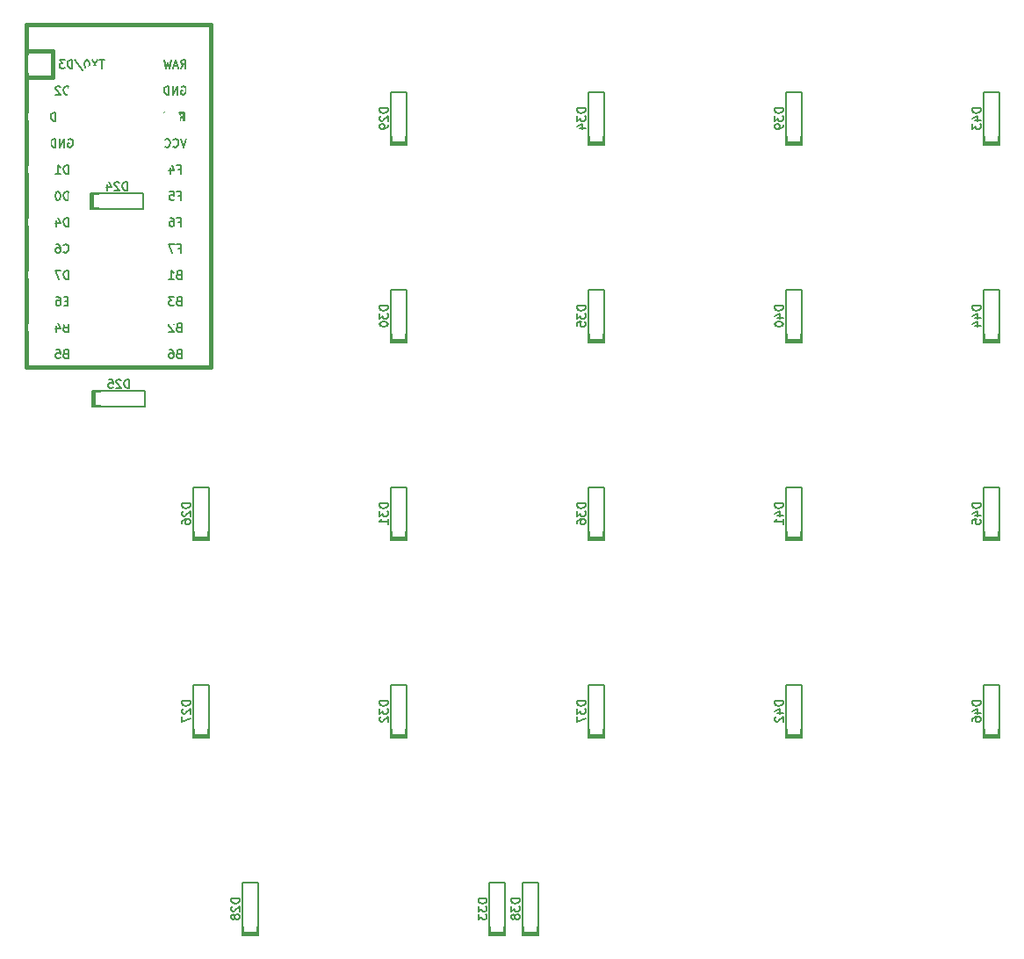
<source format=gbo>
%TF.GenerationSoftware,KiCad,Pcbnew,(5.1.12)-1*%
%TF.CreationDate,2022-01-07T17:35:06-05:00*%
%TF.ProjectId,center-gasket-2,63656e74-6572-42d6-9761-736b65742d32,rev?*%
%TF.SameCoordinates,Original*%
%TF.FileFunction,Legend,Bot*%
%TF.FilePolarity,Positive*%
%FSLAX46Y46*%
G04 Gerber Fmt 4.6, Leading zero omitted, Abs format (unit mm)*
G04 Created by KiCad (PCBNEW (5.1.12)-1) date 2022-01-07 17:35:06*
%MOMM*%
%LPD*%
G01*
G04 APERTURE LIST*
%ADD10C,0.381000*%
%ADD11C,0.150000*%
%ADD12C,2.250000*%
%ADD13C,3.987800*%
%ADD14C,1.750000*%
%ADD15C,1.752600*%
%ADD16R,1.752600X1.752600*%
%ADD17R,1.600000X1.600000*%
%ADD18C,1.600000*%
%ADD19R,1.200000X1.600000*%
%ADD20R,1.600000X1.200000*%
G04 APERTURE END LIST*
D10*
%TO.C,U1*%
X34131250Y-33972500D02*
X31591250Y-33972500D01*
X49371250Y-31432500D02*
X31591250Y-31432500D01*
X31591250Y-31432500D02*
X31591250Y-64452500D01*
X31591250Y-64452500D02*
X49371250Y-64452500D01*
X49371250Y-64452500D02*
X49371250Y-31432500D01*
D11*
G36*
X46325885Y-39861530D02*
G01*
X46325885Y-39961530D01*
X46825885Y-39961530D01*
X46825885Y-39861530D01*
X46325885Y-39861530D01*
G37*
X46325885Y-39861530D02*
X46325885Y-39961530D01*
X46825885Y-39961530D01*
X46825885Y-39861530D01*
X46325885Y-39861530D01*
G36*
X46325885Y-39861530D02*
G01*
X46325885Y-40161530D01*
X46425885Y-40161530D01*
X46425885Y-39861530D01*
X46325885Y-39861530D01*
G37*
X46325885Y-39861530D02*
X46325885Y-40161530D01*
X46425885Y-40161530D01*
X46425885Y-39861530D01*
X46325885Y-39861530D01*
G36*
X46325885Y-40461530D02*
G01*
X46325885Y-40661530D01*
X46425885Y-40661530D01*
X46425885Y-40461530D01*
X46325885Y-40461530D01*
G37*
X46325885Y-40461530D02*
X46325885Y-40661530D01*
X46425885Y-40661530D01*
X46425885Y-40461530D01*
X46325885Y-40461530D01*
G36*
X46725885Y-39861530D02*
G01*
X46725885Y-40661530D01*
X46825885Y-40661530D01*
X46825885Y-39861530D01*
X46725885Y-39861530D01*
G37*
X46725885Y-39861530D02*
X46725885Y-40661530D01*
X46825885Y-40661530D01*
X46825885Y-39861530D01*
X46725885Y-39861530D01*
G36*
X46525885Y-40261530D02*
G01*
X46525885Y-40361530D01*
X46625885Y-40361530D01*
X46625885Y-40261530D01*
X46525885Y-40261530D01*
G37*
X46525885Y-40261530D02*
X46525885Y-40361530D01*
X46625885Y-40361530D01*
X46625885Y-40261530D01*
X46525885Y-40261530D01*
D10*
X34131250Y-33972500D02*
X34131250Y-36512500D01*
X34131250Y-36512500D02*
X31591250Y-36512500D01*
D11*
%TO.C,D46*%
X123856750Y-95091250D02*
X123856750Y-100171250D01*
X123856750Y-100171250D02*
X125380750Y-100171250D01*
X125380750Y-100171250D02*
X125380750Y-95091250D01*
X125380750Y-95091250D02*
X123856750Y-95091250D01*
X123856750Y-99790250D02*
X125380750Y-99790250D01*
X125380750Y-99917250D02*
X123856750Y-99917250D01*
X123856750Y-100044250D02*
X125380750Y-100044250D01*
X125380750Y-99663250D02*
X123856750Y-99663250D01*
X123856750Y-99536250D02*
X125380750Y-99536250D01*
X123856750Y-99409250D02*
X125380750Y-99409250D01*
%TO.C,D45*%
X123856750Y-76041250D02*
X123856750Y-81121250D01*
X123856750Y-81121250D02*
X125380750Y-81121250D01*
X125380750Y-81121250D02*
X125380750Y-76041250D01*
X125380750Y-76041250D02*
X123856750Y-76041250D01*
X123856750Y-80740250D02*
X125380750Y-80740250D01*
X125380750Y-80867250D02*
X123856750Y-80867250D01*
X123856750Y-80994250D02*
X125380750Y-80994250D01*
X125380750Y-80613250D02*
X123856750Y-80613250D01*
X123856750Y-80486250D02*
X125380750Y-80486250D01*
X123856750Y-80359250D02*
X125380750Y-80359250D01*
%TO.C,D44*%
X123856750Y-56991250D02*
X123856750Y-62071250D01*
X123856750Y-62071250D02*
X125380750Y-62071250D01*
X125380750Y-62071250D02*
X125380750Y-56991250D01*
X125380750Y-56991250D02*
X123856750Y-56991250D01*
X123856750Y-61690250D02*
X125380750Y-61690250D01*
X125380750Y-61817250D02*
X123856750Y-61817250D01*
X123856750Y-61944250D02*
X125380750Y-61944250D01*
X125380750Y-61563250D02*
X123856750Y-61563250D01*
X123856750Y-61436250D02*
X125380750Y-61436250D01*
X123856750Y-61309250D02*
X125380750Y-61309250D01*
%TO.C,D43*%
X123856750Y-37941250D02*
X123856750Y-43021250D01*
X123856750Y-43021250D02*
X125380750Y-43021250D01*
X125380750Y-43021250D02*
X125380750Y-37941250D01*
X125380750Y-37941250D02*
X123856750Y-37941250D01*
X123856750Y-42640250D02*
X125380750Y-42640250D01*
X125380750Y-42767250D02*
X123856750Y-42767250D01*
X123856750Y-42894250D02*
X125380750Y-42894250D01*
X125380750Y-42513250D02*
X123856750Y-42513250D01*
X123856750Y-42386250D02*
X125380750Y-42386250D01*
X123856750Y-42259250D02*
X125380750Y-42259250D01*
%TO.C,D42*%
X104806750Y-95088250D02*
X104806750Y-100168250D01*
X104806750Y-100168250D02*
X106330750Y-100168250D01*
X106330750Y-100168250D02*
X106330750Y-95088250D01*
X106330750Y-95088250D02*
X104806750Y-95088250D01*
X104806750Y-99787250D02*
X106330750Y-99787250D01*
X106330750Y-99914250D02*
X104806750Y-99914250D01*
X104806750Y-100041250D02*
X106330750Y-100041250D01*
X106330750Y-99660250D02*
X104806750Y-99660250D01*
X104806750Y-99533250D02*
X106330750Y-99533250D01*
X104806750Y-99406250D02*
X106330750Y-99406250D01*
%TO.C,D41*%
X104806750Y-76041250D02*
X104806750Y-81121250D01*
X104806750Y-81121250D02*
X106330750Y-81121250D01*
X106330750Y-81121250D02*
X106330750Y-76041250D01*
X106330750Y-76041250D02*
X104806750Y-76041250D01*
X104806750Y-80740250D02*
X106330750Y-80740250D01*
X106330750Y-80867250D02*
X104806750Y-80867250D01*
X104806750Y-80994250D02*
X106330750Y-80994250D01*
X106330750Y-80613250D02*
X104806750Y-80613250D01*
X104806750Y-80486250D02*
X106330750Y-80486250D01*
X104806750Y-80359250D02*
X106330750Y-80359250D01*
%TO.C,D40*%
X104806750Y-56991250D02*
X104806750Y-62071250D01*
X104806750Y-62071250D02*
X106330750Y-62071250D01*
X106330750Y-62071250D02*
X106330750Y-56991250D01*
X106330750Y-56991250D02*
X104806750Y-56991250D01*
X104806750Y-61690250D02*
X106330750Y-61690250D01*
X106330750Y-61817250D02*
X104806750Y-61817250D01*
X104806750Y-61944250D02*
X106330750Y-61944250D01*
X106330750Y-61563250D02*
X104806750Y-61563250D01*
X104806750Y-61436250D02*
X106330750Y-61436250D01*
X104806750Y-61309250D02*
X106330750Y-61309250D01*
%TO.C,D39*%
X104806750Y-37941250D02*
X104806750Y-43021250D01*
X104806750Y-43021250D02*
X106330750Y-43021250D01*
X106330750Y-43021250D02*
X106330750Y-37941250D01*
X106330750Y-37941250D02*
X104806750Y-37941250D01*
X104806750Y-42640250D02*
X106330750Y-42640250D01*
X106330750Y-42767250D02*
X104806750Y-42767250D01*
X104806750Y-42894250D02*
X106330750Y-42894250D01*
X106330750Y-42513250D02*
X104806750Y-42513250D01*
X104806750Y-42386250D02*
X106330750Y-42386250D01*
X104806750Y-42259250D02*
X106330750Y-42259250D01*
%TO.C,D38*%
X79406750Y-114141250D02*
X79406750Y-119221250D01*
X79406750Y-119221250D02*
X80930750Y-119221250D01*
X80930750Y-119221250D02*
X80930750Y-114141250D01*
X80930750Y-114141250D02*
X79406750Y-114141250D01*
X79406750Y-118840250D02*
X80930750Y-118840250D01*
X80930750Y-118967250D02*
X79406750Y-118967250D01*
X79406750Y-119094250D02*
X80930750Y-119094250D01*
X80930750Y-118713250D02*
X79406750Y-118713250D01*
X79406750Y-118586250D02*
X80930750Y-118586250D01*
X79406750Y-118459250D02*
X80930750Y-118459250D01*
%TO.C,D37*%
X85756750Y-95091250D02*
X85756750Y-100171250D01*
X85756750Y-100171250D02*
X87280750Y-100171250D01*
X87280750Y-100171250D02*
X87280750Y-95091250D01*
X87280750Y-95091250D02*
X85756750Y-95091250D01*
X85756750Y-99790250D02*
X87280750Y-99790250D01*
X87280750Y-99917250D02*
X85756750Y-99917250D01*
X85756750Y-100044250D02*
X87280750Y-100044250D01*
X87280750Y-99663250D02*
X85756750Y-99663250D01*
X85756750Y-99536250D02*
X87280750Y-99536250D01*
X85756750Y-99409250D02*
X87280750Y-99409250D01*
%TO.C,D36*%
X85756750Y-76041250D02*
X85756750Y-81121250D01*
X85756750Y-81121250D02*
X87280750Y-81121250D01*
X87280750Y-81121250D02*
X87280750Y-76041250D01*
X87280750Y-76041250D02*
X85756750Y-76041250D01*
X85756750Y-80740250D02*
X87280750Y-80740250D01*
X87280750Y-80867250D02*
X85756750Y-80867250D01*
X85756750Y-80994250D02*
X87280750Y-80994250D01*
X87280750Y-80613250D02*
X85756750Y-80613250D01*
X85756750Y-80486250D02*
X87280750Y-80486250D01*
X85756750Y-80359250D02*
X87280750Y-80359250D01*
%TO.C,D35*%
X85756750Y-56991250D02*
X85756750Y-62071250D01*
X85756750Y-62071250D02*
X87280750Y-62071250D01*
X87280750Y-62071250D02*
X87280750Y-56991250D01*
X87280750Y-56991250D02*
X85756750Y-56991250D01*
X85756750Y-61690250D02*
X87280750Y-61690250D01*
X87280750Y-61817250D02*
X85756750Y-61817250D01*
X85756750Y-61944250D02*
X87280750Y-61944250D01*
X87280750Y-61563250D02*
X85756750Y-61563250D01*
X85756750Y-61436250D02*
X87280750Y-61436250D01*
X85756750Y-61309250D02*
X87280750Y-61309250D01*
%TO.C,D34*%
X85756750Y-37941250D02*
X85756750Y-43021250D01*
X85756750Y-43021250D02*
X87280750Y-43021250D01*
X87280750Y-43021250D02*
X87280750Y-37941250D01*
X87280750Y-37941250D02*
X85756750Y-37941250D01*
X85756750Y-42640250D02*
X87280750Y-42640250D01*
X87280750Y-42767250D02*
X85756750Y-42767250D01*
X85756750Y-42894250D02*
X87280750Y-42894250D01*
X87280750Y-42513250D02*
X85756750Y-42513250D01*
X85756750Y-42386250D02*
X87280750Y-42386250D01*
X85756750Y-42259250D02*
X87280750Y-42259250D01*
%TO.C,D33*%
X76231750Y-114141250D02*
X76231750Y-119221250D01*
X76231750Y-119221250D02*
X77755750Y-119221250D01*
X77755750Y-119221250D02*
X77755750Y-114141250D01*
X77755750Y-114141250D02*
X76231750Y-114141250D01*
X76231750Y-118840250D02*
X77755750Y-118840250D01*
X77755750Y-118967250D02*
X76231750Y-118967250D01*
X76231750Y-119094250D02*
X77755750Y-119094250D01*
X77755750Y-118713250D02*
X76231750Y-118713250D01*
X76231750Y-118586250D02*
X77755750Y-118586250D01*
X76231750Y-118459250D02*
X77755750Y-118459250D01*
%TO.C,D32*%
X66706750Y-95091250D02*
X66706750Y-100171250D01*
X66706750Y-100171250D02*
X68230750Y-100171250D01*
X68230750Y-100171250D02*
X68230750Y-95091250D01*
X68230750Y-95091250D02*
X66706750Y-95091250D01*
X66706750Y-99790250D02*
X68230750Y-99790250D01*
X68230750Y-99917250D02*
X66706750Y-99917250D01*
X66706750Y-100044250D02*
X68230750Y-100044250D01*
X68230750Y-99663250D02*
X66706750Y-99663250D01*
X66706750Y-99536250D02*
X68230750Y-99536250D01*
X66706750Y-99409250D02*
X68230750Y-99409250D01*
%TO.C,D31*%
X66706750Y-76041250D02*
X66706750Y-81121250D01*
X66706750Y-81121250D02*
X68230750Y-81121250D01*
X68230750Y-81121250D02*
X68230750Y-76041250D01*
X68230750Y-76041250D02*
X66706750Y-76041250D01*
X66706750Y-80740250D02*
X68230750Y-80740250D01*
X68230750Y-80867250D02*
X66706750Y-80867250D01*
X66706750Y-80994250D02*
X68230750Y-80994250D01*
X68230750Y-80613250D02*
X66706750Y-80613250D01*
X66706750Y-80486250D02*
X68230750Y-80486250D01*
X66706750Y-80359250D02*
X68230750Y-80359250D01*
%TO.C,D30*%
X66706750Y-56991250D02*
X66706750Y-62071250D01*
X66706750Y-62071250D02*
X68230750Y-62071250D01*
X68230750Y-62071250D02*
X68230750Y-56991250D01*
X68230750Y-56991250D02*
X66706750Y-56991250D01*
X66706750Y-61690250D02*
X68230750Y-61690250D01*
X68230750Y-61817250D02*
X66706750Y-61817250D01*
X66706750Y-61944250D02*
X68230750Y-61944250D01*
X68230750Y-61563250D02*
X66706750Y-61563250D01*
X66706750Y-61436250D02*
X68230750Y-61436250D01*
X66706750Y-61309250D02*
X68230750Y-61309250D01*
%TO.C,D29*%
X66706750Y-37941250D02*
X66706750Y-43021250D01*
X66706750Y-43021250D02*
X68230750Y-43021250D01*
X68230750Y-43021250D02*
X68230750Y-37941250D01*
X68230750Y-37941250D02*
X66706750Y-37941250D01*
X66706750Y-42640250D02*
X68230750Y-42640250D01*
X68230750Y-42767250D02*
X66706750Y-42767250D01*
X66706750Y-42894250D02*
X68230750Y-42894250D01*
X68230750Y-42513250D02*
X66706750Y-42513250D01*
X66706750Y-42386250D02*
X68230750Y-42386250D01*
X66706750Y-42259250D02*
X68230750Y-42259250D01*
%TO.C,D28*%
X52419250Y-114141250D02*
X52419250Y-119221250D01*
X52419250Y-119221250D02*
X53943250Y-119221250D01*
X53943250Y-119221250D02*
X53943250Y-114141250D01*
X53943250Y-114141250D02*
X52419250Y-114141250D01*
X52419250Y-118840250D02*
X53943250Y-118840250D01*
X53943250Y-118967250D02*
X52419250Y-118967250D01*
X52419250Y-119094250D02*
X53943250Y-119094250D01*
X53943250Y-118713250D02*
X52419250Y-118713250D01*
X52419250Y-118586250D02*
X53943250Y-118586250D01*
X52419250Y-118459250D02*
X53943250Y-118459250D01*
%TO.C,D27*%
X47656750Y-95091250D02*
X47656750Y-100171250D01*
X47656750Y-100171250D02*
X49180750Y-100171250D01*
X49180750Y-100171250D02*
X49180750Y-95091250D01*
X49180750Y-95091250D02*
X47656750Y-95091250D01*
X47656750Y-99790250D02*
X49180750Y-99790250D01*
X49180750Y-99917250D02*
X47656750Y-99917250D01*
X47656750Y-100044250D02*
X49180750Y-100044250D01*
X49180750Y-99663250D02*
X47656750Y-99663250D01*
X47656750Y-99536250D02*
X49180750Y-99536250D01*
X47656750Y-99409250D02*
X49180750Y-99409250D01*
%TO.C,D26*%
X47656750Y-76041250D02*
X47656750Y-81121250D01*
X47656750Y-81121250D02*
X49180750Y-81121250D01*
X49180750Y-81121250D02*
X49180750Y-76041250D01*
X49180750Y-76041250D02*
X47656750Y-76041250D01*
X47656750Y-80740250D02*
X49180750Y-80740250D01*
X49180750Y-80867250D02*
X47656750Y-80867250D01*
X47656750Y-80994250D02*
X49180750Y-80994250D01*
X49180750Y-80613250D02*
X47656750Y-80613250D01*
X47656750Y-80486250D02*
X49180750Y-80486250D01*
X47656750Y-80359250D02*
X49180750Y-80359250D01*
%TO.C,D25*%
X43021250Y-66706750D02*
X37941250Y-66706750D01*
X37941250Y-66706750D02*
X37941250Y-68230750D01*
X37941250Y-68230750D02*
X43021250Y-68230750D01*
X43021250Y-68230750D02*
X43021250Y-66706750D01*
X38322250Y-66706750D02*
X38322250Y-68230750D01*
X38195250Y-68230750D02*
X38195250Y-66706750D01*
X38068250Y-66706750D02*
X38068250Y-68230750D01*
X38449250Y-68230750D02*
X38449250Y-66706750D01*
X38576250Y-66706750D02*
X38576250Y-68230750D01*
X38703250Y-66706750D02*
X38703250Y-68230750D01*
%TO.C,D24*%
X42833750Y-47656750D02*
X37753750Y-47656750D01*
X37753750Y-47656750D02*
X37753750Y-49180750D01*
X37753750Y-49180750D02*
X42833750Y-49180750D01*
X42833750Y-49180750D02*
X42833750Y-47656750D01*
X38134750Y-47656750D02*
X38134750Y-49180750D01*
X38007750Y-49180750D02*
X38007750Y-47656750D01*
X37880750Y-47656750D02*
X37880750Y-49180750D01*
X38261750Y-49180750D02*
X38261750Y-47656750D01*
X38388750Y-47656750D02*
X38388750Y-49180750D01*
X38515750Y-47656750D02*
X38515750Y-49180750D01*
%TO.C,U1*%
X46054583Y-40626309D02*
X45940297Y-40664404D01*
X45749821Y-40664404D01*
X45673630Y-40626309D01*
X45635535Y-40588214D01*
X45597440Y-40512023D01*
X45597440Y-40435833D01*
X45635535Y-40359642D01*
X45673630Y-40321547D01*
X45749821Y-40283452D01*
X45902202Y-40245357D01*
X45978392Y-40207261D01*
X46016488Y-40169166D01*
X46054583Y-40092976D01*
X46054583Y-40016785D01*
X46016488Y-39940595D01*
X45978392Y-39902500D01*
X45902202Y-39864404D01*
X45711726Y-39864404D01*
X45597440Y-39902500D01*
X45368869Y-39864404D02*
X44911726Y-39864404D01*
X45140297Y-40664404D02*
X45140297Y-39864404D01*
X39099854Y-34804404D02*
X38642711Y-34804404D01*
X38871282Y-35604404D02*
X38871282Y-34804404D01*
X38452235Y-34804404D02*
X37918901Y-35604404D01*
X37918901Y-34804404D02*
X38452235Y-35604404D01*
X37461758Y-34804404D02*
X37385568Y-34804404D01*
X37309378Y-34842500D01*
X37271282Y-34880595D01*
X37233187Y-34956785D01*
X37195092Y-35109166D01*
X37195092Y-35299642D01*
X37233187Y-35452023D01*
X37271282Y-35528214D01*
X37309378Y-35566309D01*
X37385568Y-35604404D01*
X37461758Y-35604404D01*
X37537949Y-35566309D01*
X37576044Y-35528214D01*
X37614139Y-35452023D01*
X37652235Y-35299642D01*
X37652235Y-35109166D01*
X37614139Y-34956785D01*
X37576044Y-34880595D01*
X37537949Y-34842500D01*
X37461758Y-34804404D01*
X36280806Y-34766309D02*
X36966520Y-35794880D01*
X36014139Y-35604404D02*
X36014139Y-34804404D01*
X35823663Y-34804404D01*
X35709378Y-34842500D01*
X35633187Y-34918690D01*
X35595092Y-34994880D01*
X35556997Y-35147261D01*
X35556997Y-35261547D01*
X35595092Y-35413928D01*
X35633187Y-35490119D01*
X35709378Y-35566309D01*
X35823663Y-35604404D01*
X36014139Y-35604404D01*
X35290330Y-34804404D02*
X34795092Y-34804404D01*
X35061758Y-35109166D01*
X34947473Y-35109166D01*
X34871282Y-35147261D01*
X34833187Y-35185357D01*
X34795092Y-35261547D01*
X34795092Y-35452023D01*
X34833187Y-35528214D01*
X34871282Y-35566309D01*
X34947473Y-35604404D01*
X35176044Y-35604404D01*
X35252235Y-35566309D01*
X35290330Y-35528214D01*
X46266059Y-60585357D02*
X46151773Y-60623452D01*
X46113678Y-60661547D01*
X46075583Y-60737738D01*
X46075583Y-60852023D01*
X46113678Y-60928214D01*
X46151773Y-60966309D01*
X46227964Y-61004404D01*
X46532726Y-61004404D01*
X46532726Y-60204404D01*
X46266059Y-60204404D01*
X46189869Y-60242500D01*
X46151773Y-60280595D01*
X46113678Y-60356785D01*
X46113678Y-60432976D01*
X46151773Y-60509166D01*
X46189869Y-60547261D01*
X46266059Y-60585357D01*
X46532726Y-60585357D01*
X45770821Y-60280595D02*
X45732726Y-60242500D01*
X45656535Y-60204404D01*
X45466059Y-60204404D01*
X45389869Y-60242500D01*
X45351773Y-60280595D01*
X45313678Y-60356785D01*
X45313678Y-60432976D01*
X45351773Y-60547261D01*
X45808916Y-61004404D01*
X45313678Y-61004404D01*
X46208916Y-52965357D02*
X46475583Y-52965357D01*
X46475583Y-53384404D02*
X46475583Y-52584404D01*
X46094630Y-52584404D01*
X45866059Y-52584404D02*
X45332726Y-52584404D01*
X45675583Y-53384404D01*
X46208916Y-50425357D02*
X46475583Y-50425357D01*
X46475583Y-50844404D02*
X46475583Y-50044404D01*
X46094630Y-50044404D01*
X45447011Y-50044404D02*
X45599392Y-50044404D01*
X45675583Y-50082500D01*
X45713678Y-50120595D01*
X45789869Y-50234880D01*
X45827964Y-50387261D01*
X45827964Y-50692023D01*
X45789869Y-50768214D01*
X45751773Y-50806309D01*
X45675583Y-50844404D01*
X45523202Y-50844404D01*
X45447011Y-50806309D01*
X45408916Y-50768214D01*
X45370821Y-50692023D01*
X45370821Y-50501547D01*
X45408916Y-50425357D01*
X45447011Y-50387261D01*
X45523202Y-50349166D01*
X45675583Y-50349166D01*
X45751773Y-50387261D01*
X45789869Y-50425357D01*
X45827964Y-50501547D01*
X46208916Y-47885357D02*
X46475583Y-47885357D01*
X46475583Y-48304404D02*
X46475583Y-47504404D01*
X46094630Y-47504404D01*
X45408916Y-47504404D02*
X45789869Y-47504404D01*
X45827964Y-47885357D01*
X45789869Y-47847261D01*
X45713678Y-47809166D01*
X45523202Y-47809166D01*
X45447011Y-47847261D01*
X45408916Y-47885357D01*
X45370821Y-47961547D01*
X45370821Y-48152023D01*
X45408916Y-48228214D01*
X45447011Y-48266309D01*
X45523202Y-48304404D01*
X45713678Y-48304404D01*
X45789869Y-48266309D01*
X45827964Y-48228214D01*
X46494630Y-35604404D02*
X46761297Y-35223452D01*
X46951773Y-35604404D02*
X46951773Y-34804404D01*
X46647011Y-34804404D01*
X46570821Y-34842500D01*
X46532726Y-34880595D01*
X46494630Y-34956785D01*
X46494630Y-35071071D01*
X46532726Y-35147261D01*
X46570821Y-35185357D01*
X46647011Y-35223452D01*
X46951773Y-35223452D01*
X46189869Y-35375833D02*
X45808916Y-35375833D01*
X46266059Y-35604404D02*
X45999392Y-34804404D01*
X45732726Y-35604404D01*
X45542250Y-34804404D02*
X45351773Y-35604404D01*
X45199392Y-35032976D01*
X45047011Y-35604404D01*
X44856535Y-34804404D01*
X46551773Y-37382500D02*
X46627964Y-37344404D01*
X46742250Y-37344404D01*
X46856535Y-37382500D01*
X46932726Y-37458690D01*
X46970821Y-37534880D01*
X47008916Y-37687261D01*
X47008916Y-37801547D01*
X46970821Y-37953928D01*
X46932726Y-38030119D01*
X46856535Y-38106309D01*
X46742250Y-38144404D01*
X46666059Y-38144404D01*
X46551773Y-38106309D01*
X46513678Y-38068214D01*
X46513678Y-37801547D01*
X46666059Y-37801547D01*
X46170821Y-38144404D02*
X46170821Y-37344404D01*
X45713678Y-38144404D01*
X45713678Y-37344404D01*
X45332726Y-38144404D02*
X45332726Y-37344404D01*
X45142250Y-37344404D01*
X45027964Y-37382500D01*
X44951773Y-37458690D01*
X44913678Y-37534880D01*
X44875583Y-37687261D01*
X44875583Y-37801547D01*
X44913678Y-37953928D01*
X44951773Y-38030119D01*
X45027964Y-38106309D01*
X45142250Y-38144404D01*
X45332726Y-38144404D01*
X47008916Y-42424404D02*
X46742250Y-43224404D01*
X46475583Y-42424404D01*
X45751773Y-43148214D02*
X45789869Y-43186309D01*
X45904154Y-43224404D01*
X45980345Y-43224404D01*
X46094630Y-43186309D01*
X46170821Y-43110119D01*
X46208916Y-43033928D01*
X46247011Y-42881547D01*
X46247011Y-42767261D01*
X46208916Y-42614880D01*
X46170821Y-42538690D01*
X46094630Y-42462500D01*
X45980345Y-42424404D01*
X45904154Y-42424404D01*
X45789869Y-42462500D01*
X45751773Y-42500595D01*
X44951773Y-43148214D02*
X44989869Y-43186309D01*
X45104154Y-43224404D01*
X45180345Y-43224404D01*
X45294630Y-43186309D01*
X45370821Y-43110119D01*
X45408916Y-43033928D01*
X45447011Y-42881547D01*
X45447011Y-42767261D01*
X45408916Y-42614880D01*
X45370821Y-42538690D01*
X45294630Y-42462500D01*
X45180345Y-42424404D01*
X45104154Y-42424404D01*
X44989869Y-42462500D01*
X44951773Y-42500595D01*
X46208916Y-45345357D02*
X46475583Y-45345357D01*
X46475583Y-45764404D02*
X46475583Y-44964404D01*
X46094630Y-44964404D01*
X45447011Y-45231071D02*
X45447011Y-45764404D01*
X45637488Y-44926309D02*
X45827964Y-45497738D01*
X45332726Y-45497738D01*
X46266059Y-55505357D02*
X46151773Y-55543452D01*
X46113678Y-55581547D01*
X46075583Y-55657738D01*
X46075583Y-55772023D01*
X46113678Y-55848214D01*
X46151773Y-55886309D01*
X46227964Y-55924404D01*
X46532726Y-55924404D01*
X46532726Y-55124404D01*
X46266059Y-55124404D01*
X46189869Y-55162500D01*
X46151773Y-55200595D01*
X46113678Y-55276785D01*
X46113678Y-55352976D01*
X46151773Y-55429166D01*
X46189869Y-55467261D01*
X46266059Y-55505357D01*
X46532726Y-55505357D01*
X45313678Y-55924404D02*
X45770821Y-55924404D01*
X45542250Y-55924404D02*
X45542250Y-55124404D01*
X45618440Y-55238690D01*
X45694630Y-55314880D01*
X45770821Y-55352976D01*
X46266059Y-58045357D02*
X46151773Y-58083452D01*
X46113678Y-58121547D01*
X46075583Y-58197738D01*
X46075583Y-58312023D01*
X46113678Y-58388214D01*
X46151773Y-58426309D01*
X46227964Y-58464404D01*
X46532726Y-58464404D01*
X46532726Y-57664404D01*
X46266059Y-57664404D01*
X46189869Y-57702500D01*
X46151773Y-57740595D01*
X46113678Y-57816785D01*
X46113678Y-57892976D01*
X46151773Y-57969166D01*
X46189869Y-58007261D01*
X46266059Y-58045357D01*
X46532726Y-58045357D01*
X45808916Y-57664404D02*
X45313678Y-57664404D01*
X45580345Y-57969166D01*
X45466059Y-57969166D01*
X45389869Y-58007261D01*
X45351773Y-58045357D01*
X45313678Y-58121547D01*
X45313678Y-58312023D01*
X45351773Y-58388214D01*
X45389869Y-58426309D01*
X45466059Y-58464404D01*
X45694630Y-58464404D01*
X45770821Y-58426309D01*
X45808916Y-58388214D01*
X46266059Y-63125357D02*
X46151773Y-63163452D01*
X46113678Y-63201547D01*
X46075583Y-63277738D01*
X46075583Y-63392023D01*
X46113678Y-63468214D01*
X46151773Y-63506309D01*
X46227964Y-63544404D01*
X46532726Y-63544404D01*
X46532726Y-62744404D01*
X46266059Y-62744404D01*
X46189869Y-62782500D01*
X46151773Y-62820595D01*
X46113678Y-62896785D01*
X46113678Y-62972976D01*
X46151773Y-63049166D01*
X46189869Y-63087261D01*
X46266059Y-63125357D01*
X46532726Y-63125357D01*
X45389869Y-62744404D02*
X45542250Y-62744404D01*
X45618440Y-62782500D01*
X45656535Y-62820595D01*
X45732726Y-62934880D01*
X45770821Y-63087261D01*
X45770821Y-63392023D01*
X45732726Y-63468214D01*
X45694630Y-63506309D01*
X45618440Y-63544404D01*
X45466059Y-63544404D01*
X45389869Y-63506309D01*
X45351773Y-63468214D01*
X45313678Y-63392023D01*
X45313678Y-63201547D01*
X45351773Y-63125357D01*
X45389869Y-63087261D01*
X45466059Y-63049166D01*
X45618440Y-63049166D01*
X45694630Y-63087261D01*
X45732726Y-63125357D01*
X45770821Y-63201547D01*
X35344059Y-63125357D02*
X35229773Y-63163452D01*
X35191678Y-63201547D01*
X35153583Y-63277738D01*
X35153583Y-63392023D01*
X35191678Y-63468214D01*
X35229773Y-63506309D01*
X35305964Y-63544404D01*
X35610726Y-63544404D01*
X35610726Y-62744404D01*
X35344059Y-62744404D01*
X35267869Y-62782500D01*
X35229773Y-62820595D01*
X35191678Y-62896785D01*
X35191678Y-62972976D01*
X35229773Y-63049166D01*
X35267869Y-63087261D01*
X35344059Y-63125357D01*
X35610726Y-63125357D01*
X34429773Y-62744404D02*
X34810726Y-62744404D01*
X34848821Y-63125357D01*
X34810726Y-63087261D01*
X34734535Y-63049166D01*
X34544059Y-63049166D01*
X34467869Y-63087261D01*
X34429773Y-63125357D01*
X34391678Y-63201547D01*
X34391678Y-63392023D01*
X34429773Y-63468214D01*
X34467869Y-63506309D01*
X34544059Y-63544404D01*
X34734535Y-63544404D01*
X34810726Y-63506309D01*
X34848821Y-63468214D01*
X35344059Y-60585357D02*
X35229773Y-60623452D01*
X35191678Y-60661547D01*
X35153583Y-60737738D01*
X35153583Y-60852023D01*
X35191678Y-60928214D01*
X35229773Y-60966309D01*
X35305964Y-61004404D01*
X35610726Y-61004404D01*
X35610726Y-60204404D01*
X35344059Y-60204404D01*
X35267869Y-60242500D01*
X35229773Y-60280595D01*
X35191678Y-60356785D01*
X35191678Y-60432976D01*
X35229773Y-60509166D01*
X35267869Y-60547261D01*
X35344059Y-60585357D01*
X35610726Y-60585357D01*
X34467869Y-60471071D02*
X34467869Y-61004404D01*
X34658345Y-60166309D02*
X34848821Y-60737738D01*
X34353583Y-60737738D01*
X35572630Y-58045357D02*
X35305964Y-58045357D01*
X35191678Y-58464404D02*
X35572630Y-58464404D01*
X35572630Y-57664404D01*
X35191678Y-57664404D01*
X34505964Y-57664404D02*
X34658345Y-57664404D01*
X34734535Y-57702500D01*
X34772630Y-57740595D01*
X34848821Y-57854880D01*
X34886916Y-58007261D01*
X34886916Y-58312023D01*
X34848821Y-58388214D01*
X34810726Y-58426309D01*
X34734535Y-58464404D01*
X34582154Y-58464404D01*
X34505964Y-58426309D01*
X34467869Y-58388214D01*
X34429773Y-58312023D01*
X34429773Y-58121547D01*
X34467869Y-58045357D01*
X34505964Y-58007261D01*
X34582154Y-57969166D01*
X34734535Y-57969166D01*
X34810726Y-58007261D01*
X34848821Y-58045357D01*
X34886916Y-58121547D01*
X35610726Y-55924404D02*
X35610726Y-55124404D01*
X35420250Y-55124404D01*
X35305964Y-55162500D01*
X35229773Y-55238690D01*
X35191678Y-55314880D01*
X35153583Y-55467261D01*
X35153583Y-55581547D01*
X35191678Y-55733928D01*
X35229773Y-55810119D01*
X35305964Y-55886309D01*
X35420250Y-55924404D01*
X35610726Y-55924404D01*
X34886916Y-55124404D02*
X34353583Y-55124404D01*
X34696440Y-55924404D01*
X35153583Y-53308214D02*
X35191678Y-53346309D01*
X35305964Y-53384404D01*
X35382154Y-53384404D01*
X35496440Y-53346309D01*
X35572630Y-53270119D01*
X35610726Y-53193928D01*
X35648821Y-53041547D01*
X35648821Y-52927261D01*
X35610726Y-52774880D01*
X35572630Y-52698690D01*
X35496440Y-52622500D01*
X35382154Y-52584404D01*
X35305964Y-52584404D01*
X35191678Y-52622500D01*
X35153583Y-52660595D01*
X34467869Y-52584404D02*
X34620250Y-52584404D01*
X34696440Y-52622500D01*
X34734535Y-52660595D01*
X34810726Y-52774880D01*
X34848821Y-52927261D01*
X34848821Y-53232023D01*
X34810726Y-53308214D01*
X34772630Y-53346309D01*
X34696440Y-53384404D01*
X34544059Y-53384404D01*
X34467869Y-53346309D01*
X34429773Y-53308214D01*
X34391678Y-53232023D01*
X34391678Y-53041547D01*
X34429773Y-52965357D01*
X34467869Y-52927261D01*
X34544059Y-52889166D01*
X34696440Y-52889166D01*
X34772630Y-52927261D01*
X34810726Y-52965357D01*
X34848821Y-53041547D01*
X35610726Y-50844404D02*
X35610726Y-50044404D01*
X35420250Y-50044404D01*
X35305964Y-50082500D01*
X35229773Y-50158690D01*
X35191678Y-50234880D01*
X35153583Y-50387261D01*
X35153583Y-50501547D01*
X35191678Y-50653928D01*
X35229773Y-50730119D01*
X35305964Y-50806309D01*
X35420250Y-50844404D01*
X35610726Y-50844404D01*
X34467869Y-50311071D02*
X34467869Y-50844404D01*
X34658345Y-50006309D02*
X34848821Y-50577738D01*
X34353583Y-50577738D01*
X35629773Y-39922500D02*
X35705964Y-39884404D01*
X35820250Y-39884404D01*
X35934535Y-39922500D01*
X36010726Y-39998690D01*
X36048821Y-40074880D01*
X36086916Y-40227261D01*
X36086916Y-40341547D01*
X36048821Y-40493928D01*
X36010726Y-40570119D01*
X35934535Y-40646309D01*
X35820250Y-40684404D01*
X35744059Y-40684404D01*
X35629773Y-40646309D01*
X35591678Y-40608214D01*
X35591678Y-40341547D01*
X35744059Y-40341547D01*
X35248821Y-40684404D02*
X35248821Y-39884404D01*
X34791678Y-40684404D01*
X34791678Y-39884404D01*
X34410726Y-40684404D02*
X34410726Y-39884404D01*
X34220250Y-39884404D01*
X34105964Y-39922500D01*
X34029773Y-39998690D01*
X33991678Y-40074880D01*
X33953583Y-40227261D01*
X33953583Y-40341547D01*
X33991678Y-40493928D01*
X34029773Y-40570119D01*
X34105964Y-40646309D01*
X34220250Y-40684404D01*
X34410726Y-40684404D01*
X35629773Y-42462500D02*
X35705964Y-42424404D01*
X35820250Y-42424404D01*
X35934535Y-42462500D01*
X36010726Y-42538690D01*
X36048821Y-42614880D01*
X36086916Y-42767261D01*
X36086916Y-42881547D01*
X36048821Y-43033928D01*
X36010726Y-43110119D01*
X35934535Y-43186309D01*
X35820250Y-43224404D01*
X35744059Y-43224404D01*
X35629773Y-43186309D01*
X35591678Y-43148214D01*
X35591678Y-42881547D01*
X35744059Y-42881547D01*
X35248821Y-43224404D02*
X35248821Y-42424404D01*
X34791678Y-43224404D01*
X34791678Y-42424404D01*
X34410726Y-43224404D02*
X34410726Y-42424404D01*
X34220250Y-42424404D01*
X34105964Y-42462500D01*
X34029773Y-42538690D01*
X33991678Y-42614880D01*
X33953583Y-42767261D01*
X33953583Y-42881547D01*
X33991678Y-43033928D01*
X34029773Y-43110119D01*
X34105964Y-43186309D01*
X34220250Y-43224404D01*
X34410726Y-43224404D01*
X35610726Y-45764404D02*
X35610726Y-44964404D01*
X35420250Y-44964404D01*
X35305964Y-45002500D01*
X35229773Y-45078690D01*
X35191678Y-45154880D01*
X35153583Y-45307261D01*
X35153583Y-45421547D01*
X35191678Y-45573928D01*
X35229773Y-45650119D01*
X35305964Y-45726309D01*
X35420250Y-45764404D01*
X35610726Y-45764404D01*
X34391678Y-45764404D02*
X34848821Y-45764404D01*
X34620250Y-45764404D02*
X34620250Y-44964404D01*
X34696440Y-45078690D01*
X34772630Y-45154880D01*
X34848821Y-45192976D01*
X35610726Y-48304404D02*
X35610726Y-47504404D01*
X35420250Y-47504404D01*
X35305964Y-47542500D01*
X35229773Y-47618690D01*
X35191678Y-47694880D01*
X35153583Y-47847261D01*
X35153583Y-47961547D01*
X35191678Y-48113928D01*
X35229773Y-48190119D01*
X35305964Y-48266309D01*
X35420250Y-48304404D01*
X35610726Y-48304404D01*
X34658345Y-47504404D02*
X34582154Y-47504404D01*
X34505964Y-47542500D01*
X34467869Y-47580595D01*
X34429773Y-47656785D01*
X34391678Y-47809166D01*
X34391678Y-47999642D01*
X34429773Y-48152023D01*
X34467869Y-48228214D01*
X34505964Y-48266309D01*
X34582154Y-48304404D01*
X34658345Y-48304404D01*
X34734535Y-48266309D01*
X34772630Y-48228214D01*
X34810726Y-48152023D01*
X34848821Y-47999642D01*
X34848821Y-47809166D01*
X34810726Y-47656785D01*
X34772630Y-47580595D01*
X34734535Y-47542500D01*
X34658345Y-47504404D01*
X35610726Y-38144404D02*
X35610726Y-37344404D01*
X35420250Y-37344404D01*
X35305964Y-37382500D01*
X35229773Y-37458690D01*
X35191678Y-37534880D01*
X35153583Y-37687261D01*
X35153583Y-37801547D01*
X35191678Y-37953928D01*
X35229773Y-38030119D01*
X35305964Y-38106309D01*
X35420250Y-38144404D01*
X35610726Y-38144404D01*
X34848821Y-37420595D02*
X34810726Y-37382500D01*
X34734535Y-37344404D01*
X34544059Y-37344404D01*
X34467869Y-37382500D01*
X34429773Y-37420595D01*
X34391678Y-37496785D01*
X34391678Y-37572976D01*
X34429773Y-37687261D01*
X34886916Y-38144404D01*
X34391678Y-38144404D01*
%TO.C,D46*%
X123580654Y-96634421D02*
X122780654Y-96634421D01*
X122780654Y-96824897D01*
X122818750Y-96939183D01*
X122894940Y-97015373D01*
X122971130Y-97053469D01*
X123123511Y-97091564D01*
X123237797Y-97091564D01*
X123390178Y-97053469D01*
X123466369Y-97015373D01*
X123542559Y-96939183D01*
X123580654Y-96824897D01*
X123580654Y-96634421D01*
X123047321Y-97777278D02*
X123580654Y-97777278D01*
X122742559Y-97586802D02*
X123313988Y-97396326D01*
X123313988Y-97891564D01*
X122780654Y-98539183D02*
X122780654Y-98386802D01*
X122818750Y-98310611D01*
X122856845Y-98272516D01*
X122971130Y-98196326D01*
X123123511Y-98158230D01*
X123428273Y-98158230D01*
X123504464Y-98196326D01*
X123542559Y-98234421D01*
X123580654Y-98310611D01*
X123580654Y-98462992D01*
X123542559Y-98539183D01*
X123504464Y-98577278D01*
X123428273Y-98615373D01*
X123237797Y-98615373D01*
X123161607Y-98577278D01*
X123123511Y-98539183D01*
X123085416Y-98462992D01*
X123085416Y-98310611D01*
X123123511Y-98234421D01*
X123161607Y-98196326D01*
X123237797Y-98158230D01*
%TO.C,D45*%
X123580654Y-77584421D02*
X122780654Y-77584421D01*
X122780654Y-77774897D01*
X122818750Y-77889183D01*
X122894940Y-77965373D01*
X122971130Y-78003469D01*
X123123511Y-78041564D01*
X123237797Y-78041564D01*
X123390178Y-78003469D01*
X123466369Y-77965373D01*
X123542559Y-77889183D01*
X123580654Y-77774897D01*
X123580654Y-77584421D01*
X123047321Y-78727278D02*
X123580654Y-78727278D01*
X122742559Y-78536802D02*
X123313988Y-78346326D01*
X123313988Y-78841564D01*
X122780654Y-79527278D02*
X122780654Y-79146326D01*
X123161607Y-79108230D01*
X123123511Y-79146326D01*
X123085416Y-79222516D01*
X123085416Y-79412992D01*
X123123511Y-79489183D01*
X123161607Y-79527278D01*
X123237797Y-79565373D01*
X123428273Y-79565373D01*
X123504464Y-79527278D01*
X123542559Y-79489183D01*
X123580654Y-79412992D01*
X123580654Y-79222516D01*
X123542559Y-79146326D01*
X123504464Y-79108230D01*
%TO.C,D44*%
X123580654Y-58534421D02*
X122780654Y-58534421D01*
X122780654Y-58724897D01*
X122818750Y-58839183D01*
X122894940Y-58915373D01*
X122971130Y-58953469D01*
X123123511Y-58991564D01*
X123237797Y-58991564D01*
X123390178Y-58953469D01*
X123466369Y-58915373D01*
X123542559Y-58839183D01*
X123580654Y-58724897D01*
X123580654Y-58534421D01*
X123047321Y-59677278D02*
X123580654Y-59677278D01*
X122742559Y-59486802D02*
X123313988Y-59296326D01*
X123313988Y-59791564D01*
X123047321Y-60439183D02*
X123580654Y-60439183D01*
X122742559Y-60248707D02*
X123313988Y-60058230D01*
X123313988Y-60553469D01*
%TO.C,D43*%
X123580654Y-39484421D02*
X122780654Y-39484421D01*
X122780654Y-39674897D01*
X122818750Y-39789183D01*
X122894940Y-39865373D01*
X122971130Y-39903469D01*
X123123511Y-39941564D01*
X123237797Y-39941564D01*
X123390178Y-39903469D01*
X123466369Y-39865373D01*
X123542559Y-39789183D01*
X123580654Y-39674897D01*
X123580654Y-39484421D01*
X123047321Y-40627278D02*
X123580654Y-40627278D01*
X122742559Y-40436802D02*
X123313988Y-40246326D01*
X123313988Y-40741564D01*
X122780654Y-40970135D02*
X122780654Y-41465373D01*
X123085416Y-41198707D01*
X123085416Y-41312992D01*
X123123511Y-41389183D01*
X123161607Y-41427278D01*
X123237797Y-41465373D01*
X123428273Y-41465373D01*
X123504464Y-41427278D01*
X123542559Y-41389183D01*
X123580654Y-41312992D01*
X123580654Y-41084421D01*
X123542559Y-41008230D01*
X123504464Y-40970135D01*
%TO.C,D42*%
X104530654Y-96631421D02*
X103730654Y-96631421D01*
X103730654Y-96821897D01*
X103768750Y-96936183D01*
X103844940Y-97012373D01*
X103921130Y-97050469D01*
X104073511Y-97088564D01*
X104187797Y-97088564D01*
X104340178Y-97050469D01*
X104416369Y-97012373D01*
X104492559Y-96936183D01*
X104530654Y-96821897D01*
X104530654Y-96631421D01*
X103997321Y-97774278D02*
X104530654Y-97774278D01*
X103692559Y-97583802D02*
X104263988Y-97393326D01*
X104263988Y-97888564D01*
X103806845Y-98155230D02*
X103768750Y-98193326D01*
X103730654Y-98269516D01*
X103730654Y-98459992D01*
X103768750Y-98536183D01*
X103806845Y-98574278D01*
X103883035Y-98612373D01*
X103959226Y-98612373D01*
X104073511Y-98574278D01*
X104530654Y-98117135D01*
X104530654Y-98612373D01*
%TO.C,D41*%
X104530654Y-77584421D02*
X103730654Y-77584421D01*
X103730654Y-77774897D01*
X103768750Y-77889183D01*
X103844940Y-77965373D01*
X103921130Y-78003469D01*
X104073511Y-78041564D01*
X104187797Y-78041564D01*
X104340178Y-78003469D01*
X104416369Y-77965373D01*
X104492559Y-77889183D01*
X104530654Y-77774897D01*
X104530654Y-77584421D01*
X103997321Y-78727278D02*
X104530654Y-78727278D01*
X103692559Y-78536802D02*
X104263988Y-78346326D01*
X104263988Y-78841564D01*
X104530654Y-79565373D02*
X104530654Y-79108230D01*
X104530654Y-79336802D02*
X103730654Y-79336802D01*
X103844940Y-79260611D01*
X103921130Y-79184421D01*
X103959226Y-79108230D01*
%TO.C,D40*%
X104530654Y-58534421D02*
X103730654Y-58534421D01*
X103730654Y-58724897D01*
X103768750Y-58839183D01*
X103844940Y-58915373D01*
X103921130Y-58953469D01*
X104073511Y-58991564D01*
X104187797Y-58991564D01*
X104340178Y-58953469D01*
X104416369Y-58915373D01*
X104492559Y-58839183D01*
X104530654Y-58724897D01*
X104530654Y-58534421D01*
X103997321Y-59677278D02*
X104530654Y-59677278D01*
X103692559Y-59486802D02*
X104263988Y-59296326D01*
X104263988Y-59791564D01*
X103730654Y-60248707D02*
X103730654Y-60324897D01*
X103768750Y-60401088D01*
X103806845Y-60439183D01*
X103883035Y-60477278D01*
X104035416Y-60515373D01*
X104225892Y-60515373D01*
X104378273Y-60477278D01*
X104454464Y-60439183D01*
X104492559Y-60401088D01*
X104530654Y-60324897D01*
X104530654Y-60248707D01*
X104492559Y-60172516D01*
X104454464Y-60134421D01*
X104378273Y-60096326D01*
X104225892Y-60058230D01*
X104035416Y-60058230D01*
X103883035Y-60096326D01*
X103806845Y-60134421D01*
X103768750Y-60172516D01*
X103730654Y-60248707D01*
%TO.C,D39*%
X104530654Y-39484421D02*
X103730654Y-39484421D01*
X103730654Y-39674897D01*
X103768750Y-39789183D01*
X103844940Y-39865373D01*
X103921130Y-39903469D01*
X104073511Y-39941564D01*
X104187797Y-39941564D01*
X104340178Y-39903469D01*
X104416369Y-39865373D01*
X104492559Y-39789183D01*
X104530654Y-39674897D01*
X104530654Y-39484421D01*
X103730654Y-40208230D02*
X103730654Y-40703469D01*
X104035416Y-40436802D01*
X104035416Y-40551088D01*
X104073511Y-40627278D01*
X104111607Y-40665373D01*
X104187797Y-40703469D01*
X104378273Y-40703469D01*
X104454464Y-40665373D01*
X104492559Y-40627278D01*
X104530654Y-40551088D01*
X104530654Y-40322516D01*
X104492559Y-40246326D01*
X104454464Y-40208230D01*
X104530654Y-41084421D02*
X104530654Y-41236802D01*
X104492559Y-41312992D01*
X104454464Y-41351088D01*
X104340178Y-41427278D01*
X104187797Y-41465373D01*
X103883035Y-41465373D01*
X103806845Y-41427278D01*
X103768750Y-41389183D01*
X103730654Y-41312992D01*
X103730654Y-41160611D01*
X103768750Y-41084421D01*
X103806845Y-41046326D01*
X103883035Y-41008230D01*
X104073511Y-41008230D01*
X104149702Y-41046326D01*
X104187797Y-41084421D01*
X104225892Y-41160611D01*
X104225892Y-41312992D01*
X104187797Y-41389183D01*
X104149702Y-41427278D01*
X104073511Y-41465373D01*
%TO.C,D38*%
X79130654Y-115684421D02*
X78330654Y-115684421D01*
X78330654Y-115874897D01*
X78368750Y-115989183D01*
X78444940Y-116065373D01*
X78521130Y-116103469D01*
X78673511Y-116141564D01*
X78787797Y-116141564D01*
X78940178Y-116103469D01*
X79016369Y-116065373D01*
X79092559Y-115989183D01*
X79130654Y-115874897D01*
X79130654Y-115684421D01*
X78330654Y-116408230D02*
X78330654Y-116903469D01*
X78635416Y-116636802D01*
X78635416Y-116751088D01*
X78673511Y-116827278D01*
X78711607Y-116865373D01*
X78787797Y-116903469D01*
X78978273Y-116903469D01*
X79054464Y-116865373D01*
X79092559Y-116827278D01*
X79130654Y-116751088D01*
X79130654Y-116522516D01*
X79092559Y-116446326D01*
X79054464Y-116408230D01*
X78673511Y-117360611D02*
X78635416Y-117284421D01*
X78597321Y-117246326D01*
X78521130Y-117208230D01*
X78483035Y-117208230D01*
X78406845Y-117246326D01*
X78368750Y-117284421D01*
X78330654Y-117360611D01*
X78330654Y-117512992D01*
X78368750Y-117589183D01*
X78406845Y-117627278D01*
X78483035Y-117665373D01*
X78521130Y-117665373D01*
X78597321Y-117627278D01*
X78635416Y-117589183D01*
X78673511Y-117512992D01*
X78673511Y-117360611D01*
X78711607Y-117284421D01*
X78749702Y-117246326D01*
X78825892Y-117208230D01*
X78978273Y-117208230D01*
X79054464Y-117246326D01*
X79092559Y-117284421D01*
X79130654Y-117360611D01*
X79130654Y-117512992D01*
X79092559Y-117589183D01*
X79054464Y-117627278D01*
X78978273Y-117665373D01*
X78825892Y-117665373D01*
X78749702Y-117627278D01*
X78711607Y-117589183D01*
X78673511Y-117512992D01*
%TO.C,D37*%
X85480654Y-96634421D02*
X84680654Y-96634421D01*
X84680654Y-96824897D01*
X84718750Y-96939183D01*
X84794940Y-97015373D01*
X84871130Y-97053469D01*
X85023511Y-97091564D01*
X85137797Y-97091564D01*
X85290178Y-97053469D01*
X85366369Y-97015373D01*
X85442559Y-96939183D01*
X85480654Y-96824897D01*
X85480654Y-96634421D01*
X84680654Y-97358230D02*
X84680654Y-97853469D01*
X84985416Y-97586802D01*
X84985416Y-97701088D01*
X85023511Y-97777278D01*
X85061607Y-97815373D01*
X85137797Y-97853469D01*
X85328273Y-97853469D01*
X85404464Y-97815373D01*
X85442559Y-97777278D01*
X85480654Y-97701088D01*
X85480654Y-97472516D01*
X85442559Y-97396326D01*
X85404464Y-97358230D01*
X84680654Y-98120135D02*
X84680654Y-98653469D01*
X85480654Y-98310611D01*
%TO.C,D36*%
X85480654Y-77584421D02*
X84680654Y-77584421D01*
X84680654Y-77774897D01*
X84718750Y-77889183D01*
X84794940Y-77965373D01*
X84871130Y-78003469D01*
X85023511Y-78041564D01*
X85137797Y-78041564D01*
X85290178Y-78003469D01*
X85366369Y-77965373D01*
X85442559Y-77889183D01*
X85480654Y-77774897D01*
X85480654Y-77584421D01*
X84680654Y-78308230D02*
X84680654Y-78803469D01*
X84985416Y-78536802D01*
X84985416Y-78651088D01*
X85023511Y-78727278D01*
X85061607Y-78765373D01*
X85137797Y-78803469D01*
X85328273Y-78803469D01*
X85404464Y-78765373D01*
X85442559Y-78727278D01*
X85480654Y-78651088D01*
X85480654Y-78422516D01*
X85442559Y-78346326D01*
X85404464Y-78308230D01*
X84680654Y-79489183D02*
X84680654Y-79336802D01*
X84718750Y-79260611D01*
X84756845Y-79222516D01*
X84871130Y-79146326D01*
X85023511Y-79108230D01*
X85328273Y-79108230D01*
X85404464Y-79146326D01*
X85442559Y-79184421D01*
X85480654Y-79260611D01*
X85480654Y-79412992D01*
X85442559Y-79489183D01*
X85404464Y-79527278D01*
X85328273Y-79565373D01*
X85137797Y-79565373D01*
X85061607Y-79527278D01*
X85023511Y-79489183D01*
X84985416Y-79412992D01*
X84985416Y-79260611D01*
X85023511Y-79184421D01*
X85061607Y-79146326D01*
X85137797Y-79108230D01*
%TO.C,D35*%
X85480654Y-58534421D02*
X84680654Y-58534421D01*
X84680654Y-58724897D01*
X84718750Y-58839183D01*
X84794940Y-58915373D01*
X84871130Y-58953469D01*
X85023511Y-58991564D01*
X85137797Y-58991564D01*
X85290178Y-58953469D01*
X85366369Y-58915373D01*
X85442559Y-58839183D01*
X85480654Y-58724897D01*
X85480654Y-58534421D01*
X84680654Y-59258230D02*
X84680654Y-59753469D01*
X84985416Y-59486802D01*
X84985416Y-59601088D01*
X85023511Y-59677278D01*
X85061607Y-59715373D01*
X85137797Y-59753469D01*
X85328273Y-59753469D01*
X85404464Y-59715373D01*
X85442559Y-59677278D01*
X85480654Y-59601088D01*
X85480654Y-59372516D01*
X85442559Y-59296326D01*
X85404464Y-59258230D01*
X84680654Y-60477278D02*
X84680654Y-60096326D01*
X85061607Y-60058230D01*
X85023511Y-60096326D01*
X84985416Y-60172516D01*
X84985416Y-60362992D01*
X85023511Y-60439183D01*
X85061607Y-60477278D01*
X85137797Y-60515373D01*
X85328273Y-60515373D01*
X85404464Y-60477278D01*
X85442559Y-60439183D01*
X85480654Y-60362992D01*
X85480654Y-60172516D01*
X85442559Y-60096326D01*
X85404464Y-60058230D01*
%TO.C,D34*%
X85480654Y-39484421D02*
X84680654Y-39484421D01*
X84680654Y-39674897D01*
X84718750Y-39789183D01*
X84794940Y-39865373D01*
X84871130Y-39903469D01*
X85023511Y-39941564D01*
X85137797Y-39941564D01*
X85290178Y-39903469D01*
X85366369Y-39865373D01*
X85442559Y-39789183D01*
X85480654Y-39674897D01*
X85480654Y-39484421D01*
X84680654Y-40208230D02*
X84680654Y-40703469D01*
X84985416Y-40436802D01*
X84985416Y-40551088D01*
X85023511Y-40627278D01*
X85061607Y-40665373D01*
X85137797Y-40703469D01*
X85328273Y-40703469D01*
X85404464Y-40665373D01*
X85442559Y-40627278D01*
X85480654Y-40551088D01*
X85480654Y-40322516D01*
X85442559Y-40246326D01*
X85404464Y-40208230D01*
X84947321Y-41389183D02*
X85480654Y-41389183D01*
X84642559Y-41198707D02*
X85213988Y-41008230D01*
X85213988Y-41503469D01*
%TO.C,D33*%
X75955654Y-115684421D02*
X75155654Y-115684421D01*
X75155654Y-115874897D01*
X75193750Y-115989183D01*
X75269940Y-116065373D01*
X75346130Y-116103469D01*
X75498511Y-116141564D01*
X75612797Y-116141564D01*
X75765178Y-116103469D01*
X75841369Y-116065373D01*
X75917559Y-115989183D01*
X75955654Y-115874897D01*
X75955654Y-115684421D01*
X75155654Y-116408230D02*
X75155654Y-116903469D01*
X75460416Y-116636802D01*
X75460416Y-116751088D01*
X75498511Y-116827278D01*
X75536607Y-116865373D01*
X75612797Y-116903469D01*
X75803273Y-116903469D01*
X75879464Y-116865373D01*
X75917559Y-116827278D01*
X75955654Y-116751088D01*
X75955654Y-116522516D01*
X75917559Y-116446326D01*
X75879464Y-116408230D01*
X75155654Y-117170135D02*
X75155654Y-117665373D01*
X75460416Y-117398707D01*
X75460416Y-117512992D01*
X75498511Y-117589183D01*
X75536607Y-117627278D01*
X75612797Y-117665373D01*
X75803273Y-117665373D01*
X75879464Y-117627278D01*
X75917559Y-117589183D01*
X75955654Y-117512992D01*
X75955654Y-117284421D01*
X75917559Y-117208230D01*
X75879464Y-117170135D01*
%TO.C,D32*%
X66430654Y-96634421D02*
X65630654Y-96634421D01*
X65630654Y-96824897D01*
X65668750Y-96939183D01*
X65744940Y-97015373D01*
X65821130Y-97053469D01*
X65973511Y-97091564D01*
X66087797Y-97091564D01*
X66240178Y-97053469D01*
X66316369Y-97015373D01*
X66392559Y-96939183D01*
X66430654Y-96824897D01*
X66430654Y-96634421D01*
X65630654Y-97358230D02*
X65630654Y-97853469D01*
X65935416Y-97586802D01*
X65935416Y-97701088D01*
X65973511Y-97777278D01*
X66011607Y-97815373D01*
X66087797Y-97853469D01*
X66278273Y-97853469D01*
X66354464Y-97815373D01*
X66392559Y-97777278D01*
X66430654Y-97701088D01*
X66430654Y-97472516D01*
X66392559Y-97396326D01*
X66354464Y-97358230D01*
X65706845Y-98158230D02*
X65668750Y-98196326D01*
X65630654Y-98272516D01*
X65630654Y-98462992D01*
X65668750Y-98539183D01*
X65706845Y-98577278D01*
X65783035Y-98615373D01*
X65859226Y-98615373D01*
X65973511Y-98577278D01*
X66430654Y-98120135D01*
X66430654Y-98615373D01*
%TO.C,D31*%
X66430654Y-77584421D02*
X65630654Y-77584421D01*
X65630654Y-77774897D01*
X65668750Y-77889183D01*
X65744940Y-77965373D01*
X65821130Y-78003469D01*
X65973511Y-78041564D01*
X66087797Y-78041564D01*
X66240178Y-78003469D01*
X66316369Y-77965373D01*
X66392559Y-77889183D01*
X66430654Y-77774897D01*
X66430654Y-77584421D01*
X65630654Y-78308230D02*
X65630654Y-78803469D01*
X65935416Y-78536802D01*
X65935416Y-78651088D01*
X65973511Y-78727278D01*
X66011607Y-78765373D01*
X66087797Y-78803469D01*
X66278273Y-78803469D01*
X66354464Y-78765373D01*
X66392559Y-78727278D01*
X66430654Y-78651088D01*
X66430654Y-78422516D01*
X66392559Y-78346326D01*
X66354464Y-78308230D01*
X66430654Y-79565373D02*
X66430654Y-79108230D01*
X66430654Y-79336802D02*
X65630654Y-79336802D01*
X65744940Y-79260611D01*
X65821130Y-79184421D01*
X65859226Y-79108230D01*
%TO.C,D30*%
X66430654Y-58534421D02*
X65630654Y-58534421D01*
X65630654Y-58724897D01*
X65668750Y-58839183D01*
X65744940Y-58915373D01*
X65821130Y-58953469D01*
X65973511Y-58991564D01*
X66087797Y-58991564D01*
X66240178Y-58953469D01*
X66316369Y-58915373D01*
X66392559Y-58839183D01*
X66430654Y-58724897D01*
X66430654Y-58534421D01*
X65630654Y-59258230D02*
X65630654Y-59753469D01*
X65935416Y-59486802D01*
X65935416Y-59601088D01*
X65973511Y-59677278D01*
X66011607Y-59715373D01*
X66087797Y-59753469D01*
X66278273Y-59753469D01*
X66354464Y-59715373D01*
X66392559Y-59677278D01*
X66430654Y-59601088D01*
X66430654Y-59372516D01*
X66392559Y-59296326D01*
X66354464Y-59258230D01*
X65630654Y-60248707D02*
X65630654Y-60324897D01*
X65668750Y-60401088D01*
X65706845Y-60439183D01*
X65783035Y-60477278D01*
X65935416Y-60515373D01*
X66125892Y-60515373D01*
X66278273Y-60477278D01*
X66354464Y-60439183D01*
X66392559Y-60401088D01*
X66430654Y-60324897D01*
X66430654Y-60248707D01*
X66392559Y-60172516D01*
X66354464Y-60134421D01*
X66278273Y-60096326D01*
X66125892Y-60058230D01*
X65935416Y-60058230D01*
X65783035Y-60096326D01*
X65706845Y-60134421D01*
X65668750Y-60172516D01*
X65630654Y-60248707D01*
%TO.C,D29*%
X66430654Y-39484421D02*
X65630654Y-39484421D01*
X65630654Y-39674897D01*
X65668750Y-39789183D01*
X65744940Y-39865373D01*
X65821130Y-39903469D01*
X65973511Y-39941564D01*
X66087797Y-39941564D01*
X66240178Y-39903469D01*
X66316369Y-39865373D01*
X66392559Y-39789183D01*
X66430654Y-39674897D01*
X66430654Y-39484421D01*
X65706845Y-40246326D02*
X65668750Y-40284421D01*
X65630654Y-40360611D01*
X65630654Y-40551088D01*
X65668750Y-40627278D01*
X65706845Y-40665373D01*
X65783035Y-40703469D01*
X65859226Y-40703469D01*
X65973511Y-40665373D01*
X66430654Y-40208230D01*
X66430654Y-40703469D01*
X66430654Y-41084421D02*
X66430654Y-41236802D01*
X66392559Y-41312992D01*
X66354464Y-41351088D01*
X66240178Y-41427278D01*
X66087797Y-41465373D01*
X65783035Y-41465373D01*
X65706845Y-41427278D01*
X65668750Y-41389183D01*
X65630654Y-41312992D01*
X65630654Y-41160611D01*
X65668750Y-41084421D01*
X65706845Y-41046326D01*
X65783035Y-41008230D01*
X65973511Y-41008230D01*
X66049702Y-41046326D01*
X66087797Y-41084421D01*
X66125892Y-41160611D01*
X66125892Y-41312992D01*
X66087797Y-41389183D01*
X66049702Y-41427278D01*
X65973511Y-41465373D01*
%TO.C,D28*%
X52143154Y-115684421D02*
X51343154Y-115684421D01*
X51343154Y-115874897D01*
X51381250Y-115989183D01*
X51457440Y-116065373D01*
X51533630Y-116103469D01*
X51686011Y-116141564D01*
X51800297Y-116141564D01*
X51952678Y-116103469D01*
X52028869Y-116065373D01*
X52105059Y-115989183D01*
X52143154Y-115874897D01*
X52143154Y-115684421D01*
X51419345Y-116446326D02*
X51381250Y-116484421D01*
X51343154Y-116560611D01*
X51343154Y-116751088D01*
X51381250Y-116827278D01*
X51419345Y-116865373D01*
X51495535Y-116903469D01*
X51571726Y-116903469D01*
X51686011Y-116865373D01*
X52143154Y-116408230D01*
X52143154Y-116903469D01*
X51686011Y-117360611D02*
X51647916Y-117284421D01*
X51609821Y-117246326D01*
X51533630Y-117208230D01*
X51495535Y-117208230D01*
X51419345Y-117246326D01*
X51381250Y-117284421D01*
X51343154Y-117360611D01*
X51343154Y-117512992D01*
X51381250Y-117589183D01*
X51419345Y-117627278D01*
X51495535Y-117665373D01*
X51533630Y-117665373D01*
X51609821Y-117627278D01*
X51647916Y-117589183D01*
X51686011Y-117512992D01*
X51686011Y-117360611D01*
X51724107Y-117284421D01*
X51762202Y-117246326D01*
X51838392Y-117208230D01*
X51990773Y-117208230D01*
X52066964Y-117246326D01*
X52105059Y-117284421D01*
X52143154Y-117360611D01*
X52143154Y-117512992D01*
X52105059Y-117589183D01*
X52066964Y-117627278D01*
X51990773Y-117665373D01*
X51838392Y-117665373D01*
X51762202Y-117627278D01*
X51724107Y-117589183D01*
X51686011Y-117512992D01*
%TO.C,D27*%
X47380654Y-96634421D02*
X46580654Y-96634421D01*
X46580654Y-96824897D01*
X46618750Y-96939183D01*
X46694940Y-97015373D01*
X46771130Y-97053469D01*
X46923511Y-97091564D01*
X47037797Y-97091564D01*
X47190178Y-97053469D01*
X47266369Y-97015373D01*
X47342559Y-96939183D01*
X47380654Y-96824897D01*
X47380654Y-96634421D01*
X46656845Y-97396326D02*
X46618750Y-97434421D01*
X46580654Y-97510611D01*
X46580654Y-97701088D01*
X46618750Y-97777278D01*
X46656845Y-97815373D01*
X46733035Y-97853469D01*
X46809226Y-97853469D01*
X46923511Y-97815373D01*
X47380654Y-97358230D01*
X47380654Y-97853469D01*
X46580654Y-98120135D02*
X46580654Y-98653469D01*
X47380654Y-98310611D01*
%TO.C,D26*%
X47380654Y-77584421D02*
X46580654Y-77584421D01*
X46580654Y-77774897D01*
X46618750Y-77889183D01*
X46694940Y-77965373D01*
X46771130Y-78003469D01*
X46923511Y-78041564D01*
X47037797Y-78041564D01*
X47190178Y-78003469D01*
X47266369Y-77965373D01*
X47342559Y-77889183D01*
X47380654Y-77774897D01*
X47380654Y-77584421D01*
X46656845Y-78346326D02*
X46618750Y-78384421D01*
X46580654Y-78460611D01*
X46580654Y-78651088D01*
X46618750Y-78727278D01*
X46656845Y-78765373D01*
X46733035Y-78803469D01*
X46809226Y-78803469D01*
X46923511Y-78765373D01*
X47380654Y-78308230D01*
X47380654Y-78803469D01*
X46580654Y-79489183D02*
X46580654Y-79336802D01*
X46618750Y-79260611D01*
X46656845Y-79222516D01*
X46771130Y-79146326D01*
X46923511Y-79108230D01*
X47228273Y-79108230D01*
X47304464Y-79146326D01*
X47342559Y-79184421D01*
X47380654Y-79260611D01*
X47380654Y-79412992D01*
X47342559Y-79489183D01*
X47304464Y-79527278D01*
X47228273Y-79565373D01*
X47037797Y-79565373D01*
X46961607Y-79527278D01*
X46923511Y-79489183D01*
X46885416Y-79412992D01*
X46885416Y-79260611D01*
X46923511Y-79184421D01*
X46961607Y-79146326D01*
X47037797Y-79108230D01*
%TO.C,D25*%
X41478078Y-66430654D02*
X41478078Y-65630654D01*
X41287602Y-65630654D01*
X41173316Y-65668750D01*
X41097126Y-65744940D01*
X41059030Y-65821130D01*
X41020935Y-65973511D01*
X41020935Y-66087797D01*
X41059030Y-66240178D01*
X41097126Y-66316369D01*
X41173316Y-66392559D01*
X41287602Y-66430654D01*
X41478078Y-66430654D01*
X40716173Y-65706845D02*
X40678078Y-65668750D01*
X40601888Y-65630654D01*
X40411411Y-65630654D01*
X40335221Y-65668750D01*
X40297126Y-65706845D01*
X40259030Y-65783035D01*
X40259030Y-65859226D01*
X40297126Y-65973511D01*
X40754269Y-66430654D01*
X40259030Y-66430654D01*
X39535221Y-65630654D02*
X39916173Y-65630654D01*
X39954269Y-66011607D01*
X39916173Y-65973511D01*
X39839983Y-65935416D01*
X39649507Y-65935416D01*
X39573316Y-65973511D01*
X39535221Y-66011607D01*
X39497126Y-66087797D01*
X39497126Y-66278273D01*
X39535221Y-66354464D01*
X39573316Y-66392559D01*
X39649507Y-66430654D01*
X39839983Y-66430654D01*
X39916173Y-66392559D01*
X39954269Y-66354464D01*
%TO.C,D24*%
X41290578Y-47380654D02*
X41290578Y-46580654D01*
X41100102Y-46580654D01*
X40985816Y-46618750D01*
X40909626Y-46694940D01*
X40871530Y-46771130D01*
X40833435Y-46923511D01*
X40833435Y-47037797D01*
X40871530Y-47190178D01*
X40909626Y-47266369D01*
X40985816Y-47342559D01*
X41100102Y-47380654D01*
X41290578Y-47380654D01*
X40528673Y-46656845D02*
X40490578Y-46618750D01*
X40414388Y-46580654D01*
X40223911Y-46580654D01*
X40147721Y-46618750D01*
X40109626Y-46656845D01*
X40071530Y-46733035D01*
X40071530Y-46809226D01*
X40109626Y-46923511D01*
X40566769Y-47380654D01*
X40071530Y-47380654D01*
X39385816Y-46847321D02*
X39385816Y-47380654D01*
X39576292Y-46542559D02*
X39766769Y-47113988D01*
X39271530Y-47113988D01*
%TD*%
%LPC*%
%TO.C,MX38*%
G36*
G01*
X90529733Y-113303645D02*
X90528847Y-113303584D01*
G75*
G02*
X89483916Y-112103847I77403J1122334D01*
G01*
X89523916Y-111523847D01*
G75*
G02*
X90723653Y-110478916I1122334J-77403D01*
G01*
X90723653Y-110478916D01*
G75*
G02*
X91768584Y-111678653I-77403J-1122334D01*
G01*
X91728584Y-112258653D01*
G75*
G02*
X90528847Y-113303584I-1122334J77403D01*
G01*
G37*
D12*
X90646250Y-111601250D03*
G36*
G01*
X83544938Y-114978600D02*
X83544933Y-114978595D01*
G75*
G02*
X83458905Y-113389933I751317J837345D01*
G01*
X84768907Y-111929933D01*
G75*
G02*
X86357569Y-111843905I837345J-751317D01*
G01*
X86357569Y-111843905D01*
G75*
G02*
X86443597Y-113432567I-751317J-837345D01*
G01*
X85133595Y-114892567D01*
G75*
G02*
X83544933Y-114978595I-837345J751317D01*
G01*
G37*
D13*
X88106250Y-116681250D03*
D12*
X85606250Y-112681250D03*
D14*
X83026250Y-116681250D03*
X93186250Y-116681250D03*
%TD*%
%TO.C,M2*%
G36*
G01*
X30968950Y-121215150D02*
X30968950Y-120338850D01*
G75*
G02*
X31407100Y-119900700I438150J0D01*
G01*
X32283400Y-119900700D01*
G75*
G02*
X32721550Y-120338850I0J-438150D01*
G01*
X32721550Y-121215150D01*
G75*
G02*
X32283400Y-121653300I-438150J0D01*
G01*
X31407100Y-121653300D01*
G75*
G02*
X30968950Y-121215150I0J438150D01*
G01*
G37*
G36*
G01*
X30968950Y-119183150D02*
X30968950Y-118306850D01*
G75*
G02*
X31407100Y-117868700I438150J0D01*
G01*
X32283400Y-117868700D01*
G75*
G02*
X32721550Y-118306850I0J-438150D01*
G01*
X32721550Y-119183150D01*
G75*
G02*
X32283400Y-119621300I-438150J0D01*
G01*
X31407100Y-119621300D01*
G75*
G02*
X30968950Y-119183150I0J438150D01*
G01*
G37*
G36*
G01*
X30968950Y-117151150D02*
X30968950Y-116274850D01*
G75*
G02*
X31407100Y-115836700I438150J0D01*
G01*
X32283400Y-115836700D01*
G75*
G02*
X32721550Y-116274850I0J-438150D01*
G01*
X32721550Y-117151150D01*
G75*
G02*
X32283400Y-117589300I-438150J0D01*
G01*
X31407100Y-117589300D01*
G75*
G02*
X30968950Y-117151150I0J438150D01*
G01*
G37*
G36*
G01*
X30968950Y-115119150D02*
X30968950Y-114242850D01*
G75*
G02*
X31407100Y-113804700I438150J0D01*
G01*
X32283400Y-113804700D01*
G75*
G02*
X32721550Y-114242850I0J-438150D01*
G01*
X32721550Y-115119150D01*
G75*
G02*
X32283400Y-115557300I-438150J0D01*
G01*
X31407100Y-115557300D01*
G75*
G02*
X30968950Y-115119150I0J438150D01*
G01*
G37*
G36*
G01*
X30968950Y-113087150D02*
X30968950Y-112210850D01*
G75*
G02*
X31407100Y-111772700I438150J0D01*
G01*
X32283400Y-111772700D01*
G75*
G02*
X32721550Y-112210850I0J-438150D01*
G01*
X32721550Y-113087150D01*
G75*
G02*
X32283400Y-113525300I-438150J0D01*
G01*
X31407100Y-113525300D01*
G75*
G02*
X30968950Y-113087150I0J438150D01*
G01*
G37*
%TD*%
%TO.C,M1*%
G36*
G01*
X30968950Y-74987150D02*
X30968950Y-74110850D01*
G75*
G02*
X31407100Y-73672700I438150J0D01*
G01*
X32283400Y-73672700D01*
G75*
G02*
X32721550Y-74110850I0J-438150D01*
G01*
X32721550Y-74987150D01*
G75*
G02*
X32283400Y-75425300I-438150J0D01*
G01*
X31407100Y-75425300D01*
G75*
G02*
X30968950Y-74987150I0J438150D01*
G01*
G37*
G36*
G01*
X30968950Y-77019150D02*
X30968950Y-76142850D01*
G75*
G02*
X31407100Y-75704700I438150J0D01*
G01*
X32283400Y-75704700D01*
G75*
G02*
X32721550Y-76142850I0J-438150D01*
G01*
X32721550Y-77019150D01*
G75*
G02*
X32283400Y-77457300I-438150J0D01*
G01*
X31407100Y-77457300D01*
G75*
G02*
X30968950Y-77019150I0J438150D01*
G01*
G37*
G36*
G01*
X30968950Y-79051150D02*
X30968950Y-78174850D01*
G75*
G02*
X31407100Y-77736700I438150J0D01*
G01*
X32283400Y-77736700D01*
G75*
G02*
X32721550Y-78174850I0J-438150D01*
G01*
X32721550Y-79051150D01*
G75*
G02*
X32283400Y-79489300I-438150J0D01*
G01*
X31407100Y-79489300D01*
G75*
G02*
X30968950Y-79051150I0J438150D01*
G01*
G37*
G36*
G01*
X30968950Y-81083150D02*
X30968950Y-80206850D01*
G75*
G02*
X31407100Y-79768700I438150J0D01*
G01*
X32283400Y-79768700D01*
G75*
G02*
X32721550Y-80206850I0J-438150D01*
G01*
X32721550Y-81083150D01*
G75*
G02*
X32283400Y-81521300I-438150J0D01*
G01*
X31407100Y-81521300D01*
G75*
G02*
X30968950Y-81083150I0J438150D01*
G01*
G37*
G36*
G01*
X30968950Y-83115150D02*
X30968950Y-82238850D01*
G75*
G02*
X31407100Y-81800700I438150J0D01*
G01*
X32283400Y-81800700D01*
G75*
G02*
X32721550Y-82238850I0J-438150D01*
G01*
X32721550Y-83115150D01*
G75*
G02*
X32283400Y-83553300I-438150J0D01*
G01*
X31407100Y-83553300D01*
G75*
G02*
X30968950Y-83115150I0J438150D01*
G01*
G37*
%TD*%
D15*
%TO.C,U1*%
X48329850Y-35242500D03*
X33089850Y-63182500D03*
X47872650Y-37782500D03*
X48329850Y-40322500D03*
X47872650Y-42862500D03*
X48329850Y-45402500D03*
X47872650Y-47942500D03*
X48329850Y-50482500D03*
X47872650Y-53022500D03*
X48329850Y-55562500D03*
X47872650Y-58102500D03*
X48329850Y-60642500D03*
X47872650Y-63182500D03*
X32632650Y-60642500D03*
X33089850Y-58102500D03*
X32632650Y-55562500D03*
X33089850Y-53022500D03*
X32632650Y-50482500D03*
X33089850Y-47942500D03*
X32632650Y-45402500D03*
X33089850Y-42862500D03*
X32632650Y-40322500D03*
X33089850Y-37782500D03*
D16*
X32632650Y-35242500D03*
%TD*%
%TO.C,MX25*%
G36*
G01*
X42904733Y-56153645D02*
X42903847Y-56153584D01*
G75*
G02*
X41858916Y-54953847I77403J1122334D01*
G01*
X41898916Y-54373847D01*
G75*
G02*
X43098653Y-53328916I1122334J-77403D01*
G01*
X43098653Y-53328916D01*
G75*
G02*
X44143584Y-54528653I-77403J-1122334D01*
G01*
X44103584Y-55108653D01*
G75*
G02*
X42903847Y-56153584I-1122334J77403D01*
G01*
G37*
D12*
X43021250Y-54451250D03*
G36*
G01*
X35919938Y-57828600D02*
X35919933Y-57828595D01*
G75*
G02*
X35833905Y-56239933I751317J837345D01*
G01*
X37143907Y-54779933D01*
G75*
G02*
X38732569Y-54693905I837345J-751317D01*
G01*
X38732569Y-54693905D01*
G75*
G02*
X38818597Y-56282567I-751317J-837345D01*
G01*
X37508595Y-57742567D01*
G75*
G02*
X35919933Y-57828595I-837345J751317D01*
G01*
G37*
D13*
X40481250Y-59531250D03*
D12*
X37981250Y-55531250D03*
D14*
X35401250Y-59531250D03*
X45561250Y-59531250D03*
%TD*%
%TO.C,MX28*%
G36*
G01*
X47667233Y-113303645D02*
X47666347Y-113303584D01*
G75*
G02*
X46621416Y-112103847I77403J1122334D01*
G01*
X46661416Y-111523847D01*
G75*
G02*
X47861153Y-110478916I1122334J-77403D01*
G01*
X47861153Y-110478916D01*
G75*
G02*
X48906084Y-111678653I-77403J-1122334D01*
G01*
X48866084Y-112258653D01*
G75*
G02*
X47666347Y-113303584I-1122334J77403D01*
G01*
G37*
D12*
X47783750Y-111601250D03*
G36*
G01*
X40682438Y-114978600D02*
X40682433Y-114978595D01*
G75*
G02*
X40596405Y-113389933I751317J837345D01*
G01*
X41906407Y-111929933D01*
G75*
G02*
X43495069Y-111843905I837345J-751317D01*
G01*
X43495069Y-111843905D01*
G75*
G02*
X43581097Y-113432567I-751317J-837345D01*
G01*
X42271095Y-114892567D01*
G75*
G02*
X40682433Y-114978595I-837345J751317D01*
G01*
G37*
D13*
X45243750Y-116681250D03*
D12*
X42743750Y-112681250D03*
D14*
X40163750Y-116681250D03*
X50323750Y-116681250D03*
%TD*%
%TO.C,MX46*%
G36*
G01*
X119104733Y-94253645D02*
X119103847Y-94253584D01*
G75*
G02*
X118058916Y-93053847I77403J1122334D01*
G01*
X118098916Y-92473847D01*
G75*
G02*
X119298653Y-91428916I1122334J-77403D01*
G01*
X119298653Y-91428916D01*
G75*
G02*
X120343584Y-92628653I-77403J-1122334D01*
G01*
X120303584Y-93208653D01*
G75*
G02*
X119103847Y-94253584I-1122334J77403D01*
G01*
G37*
D12*
X119221250Y-92551250D03*
G36*
G01*
X112119938Y-95928600D02*
X112119933Y-95928595D01*
G75*
G02*
X112033905Y-94339933I751317J837345D01*
G01*
X113343907Y-92879933D01*
G75*
G02*
X114932569Y-92793905I837345J-751317D01*
G01*
X114932569Y-92793905D01*
G75*
G02*
X115018597Y-94382567I-751317J-837345D01*
G01*
X113708595Y-95842567D01*
G75*
G02*
X112119933Y-95928595I-837345J751317D01*
G01*
G37*
D13*
X116681250Y-97631250D03*
D12*
X114181250Y-93631250D03*
D14*
X111601250Y-97631250D03*
X121761250Y-97631250D03*
%TD*%
%TO.C,MX45*%
G36*
G01*
X119104733Y-75203645D02*
X119103847Y-75203584D01*
G75*
G02*
X118058916Y-74003847I77403J1122334D01*
G01*
X118098916Y-73423847D01*
G75*
G02*
X119298653Y-72378916I1122334J-77403D01*
G01*
X119298653Y-72378916D01*
G75*
G02*
X120343584Y-73578653I-77403J-1122334D01*
G01*
X120303584Y-74158653D01*
G75*
G02*
X119103847Y-75203584I-1122334J77403D01*
G01*
G37*
D12*
X119221250Y-73501250D03*
G36*
G01*
X112119938Y-76878600D02*
X112119933Y-76878595D01*
G75*
G02*
X112033905Y-75289933I751317J837345D01*
G01*
X113343907Y-73829933D01*
G75*
G02*
X114932569Y-73743905I837345J-751317D01*
G01*
X114932569Y-73743905D01*
G75*
G02*
X115018597Y-75332567I-751317J-837345D01*
G01*
X113708595Y-76792567D01*
G75*
G02*
X112119933Y-76878595I-837345J751317D01*
G01*
G37*
D13*
X116681250Y-78581250D03*
D12*
X114181250Y-74581250D03*
D14*
X111601250Y-78581250D03*
X121761250Y-78581250D03*
%TD*%
%TO.C,MX44*%
G36*
G01*
X119104733Y-56153645D02*
X119103847Y-56153584D01*
G75*
G02*
X118058916Y-54953847I77403J1122334D01*
G01*
X118098916Y-54373847D01*
G75*
G02*
X119298653Y-53328916I1122334J-77403D01*
G01*
X119298653Y-53328916D01*
G75*
G02*
X120343584Y-54528653I-77403J-1122334D01*
G01*
X120303584Y-55108653D01*
G75*
G02*
X119103847Y-56153584I-1122334J77403D01*
G01*
G37*
D12*
X119221250Y-54451250D03*
G36*
G01*
X112119938Y-57828600D02*
X112119933Y-57828595D01*
G75*
G02*
X112033905Y-56239933I751317J837345D01*
G01*
X113343907Y-54779933D01*
G75*
G02*
X114932569Y-54693905I837345J-751317D01*
G01*
X114932569Y-54693905D01*
G75*
G02*
X115018597Y-56282567I-751317J-837345D01*
G01*
X113708595Y-57742567D01*
G75*
G02*
X112119933Y-57828595I-837345J751317D01*
G01*
G37*
D13*
X116681250Y-59531250D03*
D12*
X114181250Y-55531250D03*
D14*
X111601250Y-59531250D03*
X121761250Y-59531250D03*
%TD*%
%TO.C,MX43*%
G36*
G01*
X119104733Y-37103645D02*
X119103847Y-37103584D01*
G75*
G02*
X118058916Y-35903847I77403J1122334D01*
G01*
X118098916Y-35323847D01*
G75*
G02*
X119298653Y-34278916I1122334J-77403D01*
G01*
X119298653Y-34278916D01*
G75*
G02*
X120343584Y-35478653I-77403J-1122334D01*
G01*
X120303584Y-36058653D01*
G75*
G02*
X119103847Y-37103584I-1122334J77403D01*
G01*
G37*
D12*
X119221250Y-35401250D03*
G36*
G01*
X112119938Y-38778600D02*
X112119933Y-38778595D01*
G75*
G02*
X112033905Y-37189933I751317J837345D01*
G01*
X113343907Y-35729933D01*
G75*
G02*
X114932569Y-35643905I837345J-751317D01*
G01*
X114932569Y-35643905D01*
G75*
G02*
X115018597Y-37232567I-751317J-837345D01*
G01*
X113708595Y-38692567D01*
G75*
G02*
X112119933Y-38778595I-837345J751317D01*
G01*
G37*
D13*
X116681250Y-40481250D03*
D12*
X114181250Y-36481250D03*
D14*
X111601250Y-40481250D03*
X121761250Y-40481250D03*
%TD*%
%TO.C,MX42*%
G36*
G01*
X100054733Y-94253645D02*
X100053847Y-94253584D01*
G75*
G02*
X99008916Y-93053847I77403J1122334D01*
G01*
X99048916Y-92473847D01*
G75*
G02*
X100248653Y-91428916I1122334J-77403D01*
G01*
X100248653Y-91428916D01*
G75*
G02*
X101293584Y-92628653I-77403J-1122334D01*
G01*
X101253584Y-93208653D01*
G75*
G02*
X100053847Y-94253584I-1122334J77403D01*
G01*
G37*
D12*
X100171250Y-92551250D03*
G36*
G01*
X93069938Y-95928600D02*
X93069933Y-95928595D01*
G75*
G02*
X92983905Y-94339933I751317J837345D01*
G01*
X94293907Y-92879933D01*
G75*
G02*
X95882569Y-92793905I837345J-751317D01*
G01*
X95882569Y-92793905D01*
G75*
G02*
X95968597Y-94382567I-751317J-837345D01*
G01*
X94658595Y-95842567D01*
G75*
G02*
X93069933Y-95928595I-837345J751317D01*
G01*
G37*
D13*
X97631250Y-97631250D03*
D12*
X95131250Y-93631250D03*
D14*
X92551250Y-97631250D03*
X102711250Y-97631250D03*
%TD*%
%TO.C,MX41*%
G36*
G01*
X100054733Y-75203645D02*
X100053847Y-75203584D01*
G75*
G02*
X99008916Y-74003847I77403J1122334D01*
G01*
X99048916Y-73423847D01*
G75*
G02*
X100248653Y-72378916I1122334J-77403D01*
G01*
X100248653Y-72378916D01*
G75*
G02*
X101293584Y-73578653I-77403J-1122334D01*
G01*
X101253584Y-74158653D01*
G75*
G02*
X100053847Y-75203584I-1122334J77403D01*
G01*
G37*
D12*
X100171250Y-73501250D03*
G36*
G01*
X93069938Y-76878600D02*
X93069933Y-76878595D01*
G75*
G02*
X92983905Y-75289933I751317J837345D01*
G01*
X94293907Y-73829933D01*
G75*
G02*
X95882569Y-73743905I837345J-751317D01*
G01*
X95882569Y-73743905D01*
G75*
G02*
X95968597Y-75332567I-751317J-837345D01*
G01*
X94658595Y-76792567D01*
G75*
G02*
X93069933Y-76878595I-837345J751317D01*
G01*
G37*
D13*
X97631250Y-78581250D03*
D12*
X95131250Y-74581250D03*
D14*
X92551250Y-78581250D03*
X102711250Y-78581250D03*
%TD*%
%TO.C,MX40*%
G36*
G01*
X100054733Y-56153645D02*
X100053847Y-56153584D01*
G75*
G02*
X99008916Y-54953847I77403J1122334D01*
G01*
X99048916Y-54373847D01*
G75*
G02*
X100248653Y-53328916I1122334J-77403D01*
G01*
X100248653Y-53328916D01*
G75*
G02*
X101293584Y-54528653I-77403J-1122334D01*
G01*
X101253584Y-55108653D01*
G75*
G02*
X100053847Y-56153584I-1122334J77403D01*
G01*
G37*
D12*
X100171250Y-54451250D03*
G36*
G01*
X93069938Y-57828600D02*
X93069933Y-57828595D01*
G75*
G02*
X92983905Y-56239933I751317J837345D01*
G01*
X94293907Y-54779933D01*
G75*
G02*
X95882569Y-54693905I837345J-751317D01*
G01*
X95882569Y-54693905D01*
G75*
G02*
X95968597Y-56282567I-751317J-837345D01*
G01*
X94658595Y-57742567D01*
G75*
G02*
X93069933Y-57828595I-837345J751317D01*
G01*
G37*
D13*
X97631250Y-59531250D03*
D12*
X95131250Y-55531250D03*
D14*
X92551250Y-59531250D03*
X102711250Y-59531250D03*
%TD*%
%TO.C,MX39*%
G36*
G01*
X100054733Y-37103645D02*
X100053847Y-37103584D01*
G75*
G02*
X99008916Y-35903847I77403J1122334D01*
G01*
X99048916Y-35323847D01*
G75*
G02*
X100248653Y-34278916I1122334J-77403D01*
G01*
X100248653Y-34278916D01*
G75*
G02*
X101293584Y-35478653I-77403J-1122334D01*
G01*
X101253584Y-36058653D01*
G75*
G02*
X100053847Y-37103584I-1122334J77403D01*
G01*
G37*
D12*
X100171250Y-35401250D03*
G36*
G01*
X93069938Y-38778600D02*
X93069933Y-38778595D01*
G75*
G02*
X92983905Y-37189933I751317J837345D01*
G01*
X94293907Y-35729933D01*
G75*
G02*
X95882569Y-35643905I837345J-751317D01*
G01*
X95882569Y-35643905D01*
G75*
G02*
X95968597Y-37232567I-751317J-837345D01*
G01*
X94658595Y-38692567D01*
G75*
G02*
X93069933Y-38778595I-837345J751317D01*
G01*
G37*
D13*
X97631250Y-40481250D03*
D12*
X95131250Y-36481250D03*
D14*
X92551250Y-40481250D03*
X102711250Y-40481250D03*
%TD*%
%TO.C,MX37*%
G36*
G01*
X81004733Y-94253645D02*
X81003847Y-94253584D01*
G75*
G02*
X79958916Y-93053847I77403J1122334D01*
G01*
X79998916Y-92473847D01*
G75*
G02*
X81198653Y-91428916I1122334J-77403D01*
G01*
X81198653Y-91428916D01*
G75*
G02*
X82243584Y-92628653I-77403J-1122334D01*
G01*
X82203584Y-93208653D01*
G75*
G02*
X81003847Y-94253584I-1122334J77403D01*
G01*
G37*
D12*
X81121250Y-92551250D03*
G36*
G01*
X74019938Y-95928600D02*
X74019933Y-95928595D01*
G75*
G02*
X73933905Y-94339933I751317J837345D01*
G01*
X75243907Y-92879933D01*
G75*
G02*
X76832569Y-92793905I837345J-751317D01*
G01*
X76832569Y-92793905D01*
G75*
G02*
X76918597Y-94382567I-751317J-837345D01*
G01*
X75608595Y-95842567D01*
G75*
G02*
X74019933Y-95928595I-837345J751317D01*
G01*
G37*
D13*
X78581250Y-97631250D03*
D12*
X76081250Y-93631250D03*
D14*
X73501250Y-97631250D03*
X83661250Y-97631250D03*
%TD*%
%TO.C,MX36*%
G36*
G01*
X81004733Y-75203645D02*
X81003847Y-75203584D01*
G75*
G02*
X79958916Y-74003847I77403J1122334D01*
G01*
X79998916Y-73423847D01*
G75*
G02*
X81198653Y-72378916I1122334J-77403D01*
G01*
X81198653Y-72378916D01*
G75*
G02*
X82243584Y-73578653I-77403J-1122334D01*
G01*
X82203584Y-74158653D01*
G75*
G02*
X81003847Y-75203584I-1122334J77403D01*
G01*
G37*
D12*
X81121250Y-73501250D03*
G36*
G01*
X74019938Y-76878600D02*
X74019933Y-76878595D01*
G75*
G02*
X73933905Y-75289933I751317J837345D01*
G01*
X75243907Y-73829933D01*
G75*
G02*
X76832569Y-73743905I837345J-751317D01*
G01*
X76832569Y-73743905D01*
G75*
G02*
X76918597Y-75332567I-751317J-837345D01*
G01*
X75608595Y-76792567D01*
G75*
G02*
X74019933Y-76878595I-837345J751317D01*
G01*
G37*
D13*
X78581250Y-78581250D03*
D12*
X76081250Y-74581250D03*
D14*
X73501250Y-78581250D03*
X83661250Y-78581250D03*
%TD*%
%TO.C,MX35*%
G36*
G01*
X81004733Y-56153645D02*
X81003847Y-56153584D01*
G75*
G02*
X79958916Y-54953847I77403J1122334D01*
G01*
X79998916Y-54373847D01*
G75*
G02*
X81198653Y-53328916I1122334J-77403D01*
G01*
X81198653Y-53328916D01*
G75*
G02*
X82243584Y-54528653I-77403J-1122334D01*
G01*
X82203584Y-55108653D01*
G75*
G02*
X81003847Y-56153584I-1122334J77403D01*
G01*
G37*
D12*
X81121250Y-54451250D03*
G36*
G01*
X74019938Y-57828600D02*
X74019933Y-57828595D01*
G75*
G02*
X73933905Y-56239933I751317J837345D01*
G01*
X75243907Y-54779933D01*
G75*
G02*
X76832569Y-54693905I837345J-751317D01*
G01*
X76832569Y-54693905D01*
G75*
G02*
X76918597Y-56282567I-751317J-837345D01*
G01*
X75608595Y-57742567D01*
G75*
G02*
X74019933Y-57828595I-837345J751317D01*
G01*
G37*
D13*
X78581250Y-59531250D03*
D12*
X76081250Y-55531250D03*
D14*
X73501250Y-59531250D03*
X83661250Y-59531250D03*
%TD*%
%TO.C,MX34*%
G36*
G01*
X81004733Y-37103645D02*
X81003847Y-37103584D01*
G75*
G02*
X79958916Y-35903847I77403J1122334D01*
G01*
X79998916Y-35323847D01*
G75*
G02*
X81198653Y-34278916I1122334J-77403D01*
G01*
X81198653Y-34278916D01*
G75*
G02*
X82243584Y-35478653I-77403J-1122334D01*
G01*
X82203584Y-36058653D01*
G75*
G02*
X81003847Y-37103584I-1122334J77403D01*
G01*
G37*
D12*
X81121250Y-35401250D03*
G36*
G01*
X74019938Y-38778600D02*
X74019933Y-38778595D01*
G75*
G02*
X73933905Y-37189933I751317J837345D01*
G01*
X75243907Y-35729933D01*
G75*
G02*
X76832569Y-35643905I837345J-751317D01*
G01*
X76832569Y-35643905D01*
G75*
G02*
X76918597Y-37232567I-751317J-837345D01*
G01*
X75608595Y-38692567D01*
G75*
G02*
X74019933Y-38778595I-837345J751317D01*
G01*
G37*
D13*
X78581250Y-40481250D03*
D12*
X76081250Y-36481250D03*
D14*
X73501250Y-40481250D03*
X83661250Y-40481250D03*
%TD*%
%TO.C,MX33*%
G36*
G01*
X71479733Y-113303645D02*
X71478847Y-113303584D01*
G75*
G02*
X70433916Y-112103847I77403J1122334D01*
G01*
X70473916Y-111523847D01*
G75*
G02*
X71673653Y-110478916I1122334J-77403D01*
G01*
X71673653Y-110478916D01*
G75*
G02*
X72718584Y-111678653I-77403J-1122334D01*
G01*
X72678584Y-112258653D01*
G75*
G02*
X71478847Y-113303584I-1122334J77403D01*
G01*
G37*
D12*
X71596250Y-111601250D03*
G36*
G01*
X64494938Y-114978600D02*
X64494933Y-114978595D01*
G75*
G02*
X64408905Y-113389933I751317J837345D01*
G01*
X65718907Y-111929933D01*
G75*
G02*
X67307569Y-111843905I837345J-751317D01*
G01*
X67307569Y-111843905D01*
G75*
G02*
X67393597Y-113432567I-751317J-837345D01*
G01*
X66083595Y-114892567D01*
G75*
G02*
X64494933Y-114978595I-837345J751317D01*
G01*
G37*
D13*
X69056250Y-116681250D03*
D12*
X66556250Y-112681250D03*
D14*
X63976250Y-116681250D03*
X74136250Y-116681250D03*
%TD*%
%TO.C,MX32*%
G36*
G01*
X61954733Y-94253645D02*
X61953847Y-94253584D01*
G75*
G02*
X60908916Y-93053847I77403J1122334D01*
G01*
X60948916Y-92473847D01*
G75*
G02*
X62148653Y-91428916I1122334J-77403D01*
G01*
X62148653Y-91428916D01*
G75*
G02*
X63193584Y-92628653I-77403J-1122334D01*
G01*
X63153584Y-93208653D01*
G75*
G02*
X61953847Y-94253584I-1122334J77403D01*
G01*
G37*
D12*
X62071250Y-92551250D03*
G36*
G01*
X54969938Y-95928600D02*
X54969933Y-95928595D01*
G75*
G02*
X54883905Y-94339933I751317J837345D01*
G01*
X56193907Y-92879933D01*
G75*
G02*
X57782569Y-92793905I837345J-751317D01*
G01*
X57782569Y-92793905D01*
G75*
G02*
X57868597Y-94382567I-751317J-837345D01*
G01*
X56558595Y-95842567D01*
G75*
G02*
X54969933Y-95928595I-837345J751317D01*
G01*
G37*
D13*
X59531250Y-97631250D03*
D12*
X57031250Y-93631250D03*
D14*
X54451250Y-97631250D03*
X64611250Y-97631250D03*
%TD*%
%TO.C,MX31*%
G36*
G01*
X61954733Y-75203645D02*
X61953847Y-75203584D01*
G75*
G02*
X60908916Y-74003847I77403J1122334D01*
G01*
X60948916Y-73423847D01*
G75*
G02*
X62148653Y-72378916I1122334J-77403D01*
G01*
X62148653Y-72378916D01*
G75*
G02*
X63193584Y-73578653I-77403J-1122334D01*
G01*
X63153584Y-74158653D01*
G75*
G02*
X61953847Y-75203584I-1122334J77403D01*
G01*
G37*
D12*
X62071250Y-73501250D03*
G36*
G01*
X54969938Y-76878600D02*
X54969933Y-76878595D01*
G75*
G02*
X54883905Y-75289933I751317J837345D01*
G01*
X56193907Y-73829933D01*
G75*
G02*
X57782569Y-73743905I837345J-751317D01*
G01*
X57782569Y-73743905D01*
G75*
G02*
X57868597Y-75332567I-751317J-837345D01*
G01*
X56558595Y-76792567D01*
G75*
G02*
X54969933Y-76878595I-837345J751317D01*
G01*
G37*
D13*
X59531250Y-78581250D03*
D12*
X57031250Y-74581250D03*
D14*
X54451250Y-78581250D03*
X64611250Y-78581250D03*
%TD*%
%TO.C,MX30*%
G36*
G01*
X61954733Y-56153645D02*
X61953847Y-56153584D01*
G75*
G02*
X60908916Y-54953847I77403J1122334D01*
G01*
X60948916Y-54373847D01*
G75*
G02*
X62148653Y-53328916I1122334J-77403D01*
G01*
X62148653Y-53328916D01*
G75*
G02*
X63193584Y-54528653I-77403J-1122334D01*
G01*
X63153584Y-55108653D01*
G75*
G02*
X61953847Y-56153584I-1122334J77403D01*
G01*
G37*
D12*
X62071250Y-54451250D03*
G36*
G01*
X54969938Y-57828600D02*
X54969933Y-57828595D01*
G75*
G02*
X54883905Y-56239933I751317J837345D01*
G01*
X56193907Y-54779933D01*
G75*
G02*
X57782569Y-54693905I837345J-751317D01*
G01*
X57782569Y-54693905D01*
G75*
G02*
X57868597Y-56282567I-751317J-837345D01*
G01*
X56558595Y-57742567D01*
G75*
G02*
X54969933Y-57828595I-837345J751317D01*
G01*
G37*
D13*
X59531250Y-59531250D03*
D12*
X57031250Y-55531250D03*
D14*
X54451250Y-59531250D03*
X64611250Y-59531250D03*
%TD*%
%TO.C,MX29*%
G36*
G01*
X61954733Y-37103645D02*
X61953847Y-37103584D01*
G75*
G02*
X60908916Y-35903847I77403J1122334D01*
G01*
X60948916Y-35323847D01*
G75*
G02*
X62148653Y-34278916I1122334J-77403D01*
G01*
X62148653Y-34278916D01*
G75*
G02*
X63193584Y-35478653I-77403J-1122334D01*
G01*
X63153584Y-36058653D01*
G75*
G02*
X61953847Y-37103584I-1122334J77403D01*
G01*
G37*
D12*
X62071250Y-35401250D03*
G36*
G01*
X54969938Y-38778600D02*
X54969933Y-38778595D01*
G75*
G02*
X54883905Y-37189933I751317J837345D01*
G01*
X56193907Y-35729933D01*
G75*
G02*
X57782569Y-35643905I837345J-751317D01*
G01*
X57782569Y-35643905D01*
G75*
G02*
X57868597Y-37232567I-751317J-837345D01*
G01*
X56558595Y-38692567D01*
G75*
G02*
X54969933Y-38778595I-837345J751317D01*
G01*
G37*
D13*
X59531250Y-40481250D03*
D12*
X57031250Y-36481250D03*
D14*
X54451250Y-40481250D03*
X64611250Y-40481250D03*
%TD*%
%TO.C,MX27*%
G36*
G01*
X42904733Y-94253645D02*
X42903847Y-94253584D01*
G75*
G02*
X41858916Y-93053847I77403J1122334D01*
G01*
X41898916Y-92473847D01*
G75*
G02*
X43098653Y-91428916I1122334J-77403D01*
G01*
X43098653Y-91428916D01*
G75*
G02*
X44143584Y-92628653I-77403J-1122334D01*
G01*
X44103584Y-93208653D01*
G75*
G02*
X42903847Y-94253584I-1122334J77403D01*
G01*
G37*
D12*
X43021250Y-92551250D03*
G36*
G01*
X35919938Y-95928600D02*
X35919933Y-95928595D01*
G75*
G02*
X35833905Y-94339933I751317J837345D01*
G01*
X37143907Y-92879933D01*
G75*
G02*
X38732569Y-92793905I837345J-751317D01*
G01*
X38732569Y-92793905D01*
G75*
G02*
X38818597Y-94382567I-751317J-837345D01*
G01*
X37508595Y-95842567D01*
G75*
G02*
X35919933Y-95928595I-837345J751317D01*
G01*
G37*
D13*
X40481250Y-97631250D03*
D12*
X37981250Y-93631250D03*
D14*
X35401250Y-97631250D03*
X45561250Y-97631250D03*
%TD*%
%TO.C,MX26*%
G36*
G01*
X42904733Y-75203645D02*
X42903847Y-75203584D01*
G75*
G02*
X41858916Y-74003847I77403J1122334D01*
G01*
X41898916Y-73423847D01*
G75*
G02*
X43098653Y-72378916I1122334J-77403D01*
G01*
X43098653Y-72378916D01*
G75*
G02*
X44143584Y-73578653I-77403J-1122334D01*
G01*
X44103584Y-74158653D01*
G75*
G02*
X42903847Y-75203584I-1122334J77403D01*
G01*
G37*
D12*
X43021250Y-73501250D03*
G36*
G01*
X35919938Y-76878600D02*
X35919933Y-76878595D01*
G75*
G02*
X35833905Y-75289933I751317J837345D01*
G01*
X37143907Y-73829933D01*
G75*
G02*
X38732569Y-73743905I837345J-751317D01*
G01*
X38732569Y-73743905D01*
G75*
G02*
X38818597Y-75332567I-751317J-837345D01*
G01*
X37508595Y-76792567D01*
G75*
G02*
X35919933Y-76878595I-837345J751317D01*
G01*
G37*
D13*
X40481250Y-78581250D03*
D12*
X37981250Y-74581250D03*
D14*
X35401250Y-78581250D03*
X45561250Y-78581250D03*
%TD*%
%TO.C,MX24*%
G36*
G01*
X42904733Y-37103645D02*
X42903847Y-37103584D01*
G75*
G02*
X41858916Y-35903847I77403J1122334D01*
G01*
X41898916Y-35323847D01*
G75*
G02*
X43098653Y-34278916I1122334J-77403D01*
G01*
X43098653Y-34278916D01*
G75*
G02*
X44143584Y-35478653I-77403J-1122334D01*
G01*
X44103584Y-36058653D01*
G75*
G02*
X42903847Y-37103584I-1122334J77403D01*
G01*
G37*
D12*
X43021250Y-35401250D03*
G36*
G01*
X35919938Y-38778600D02*
X35919933Y-38778595D01*
G75*
G02*
X35833905Y-37189933I751317J837345D01*
G01*
X37143907Y-35729933D01*
G75*
G02*
X38732569Y-35643905I837345J-751317D01*
G01*
X38732569Y-35643905D01*
G75*
G02*
X38818597Y-37232567I-751317J-837345D01*
G01*
X37508595Y-38692567D01*
G75*
G02*
X35919933Y-38778595I-837345J751317D01*
G01*
G37*
D13*
X40481250Y-40481250D03*
D12*
X37981250Y-36481250D03*
D14*
X35401250Y-40481250D03*
X45561250Y-40481250D03*
%TD*%
D17*
%TO.C,D46*%
X124618750Y-101531250D03*
D18*
X124618750Y-93731250D03*
D19*
X124618750Y-99031250D03*
X124618750Y-96231250D03*
%TD*%
D17*
%TO.C,D45*%
X124618750Y-82481250D03*
D18*
X124618750Y-74681250D03*
D19*
X124618750Y-79981250D03*
X124618750Y-77181250D03*
%TD*%
D17*
%TO.C,D44*%
X124618750Y-63431250D03*
D18*
X124618750Y-55631250D03*
D19*
X124618750Y-60931250D03*
X124618750Y-58131250D03*
%TD*%
D17*
%TO.C,D43*%
X124618750Y-44381250D03*
D18*
X124618750Y-36581250D03*
D19*
X124618750Y-41881250D03*
X124618750Y-39081250D03*
%TD*%
D17*
%TO.C,D42*%
X105568750Y-101528250D03*
D18*
X105568750Y-93728250D03*
D19*
X105568750Y-99028250D03*
X105568750Y-96228250D03*
%TD*%
D17*
%TO.C,D41*%
X105568750Y-82481250D03*
D18*
X105568750Y-74681250D03*
D19*
X105568750Y-79981250D03*
X105568750Y-77181250D03*
%TD*%
D17*
%TO.C,D40*%
X105568750Y-63431250D03*
D18*
X105568750Y-55631250D03*
D19*
X105568750Y-60931250D03*
X105568750Y-58131250D03*
%TD*%
D17*
%TO.C,D39*%
X105568750Y-44381250D03*
D18*
X105568750Y-36581250D03*
D19*
X105568750Y-41881250D03*
X105568750Y-39081250D03*
%TD*%
D17*
%TO.C,D38*%
X80168750Y-120581250D03*
D18*
X80168750Y-112781250D03*
D19*
X80168750Y-118081250D03*
X80168750Y-115281250D03*
%TD*%
D17*
%TO.C,D37*%
X86518750Y-101531250D03*
D18*
X86518750Y-93731250D03*
D19*
X86518750Y-99031250D03*
X86518750Y-96231250D03*
%TD*%
D17*
%TO.C,D36*%
X86518750Y-82481250D03*
D18*
X86518750Y-74681250D03*
D19*
X86518750Y-79981250D03*
X86518750Y-77181250D03*
%TD*%
D17*
%TO.C,D35*%
X86518750Y-63431250D03*
D18*
X86518750Y-55631250D03*
D19*
X86518750Y-60931250D03*
X86518750Y-58131250D03*
%TD*%
D17*
%TO.C,D34*%
X86518750Y-44381250D03*
D18*
X86518750Y-36581250D03*
D19*
X86518750Y-41881250D03*
X86518750Y-39081250D03*
%TD*%
D17*
%TO.C,D33*%
X76993750Y-120581250D03*
D18*
X76993750Y-112781250D03*
D19*
X76993750Y-118081250D03*
X76993750Y-115281250D03*
%TD*%
D17*
%TO.C,D32*%
X67468750Y-101531250D03*
D18*
X67468750Y-93731250D03*
D19*
X67468750Y-99031250D03*
X67468750Y-96231250D03*
%TD*%
D17*
%TO.C,D31*%
X67468750Y-82481250D03*
D18*
X67468750Y-74681250D03*
D19*
X67468750Y-79981250D03*
X67468750Y-77181250D03*
%TD*%
D17*
%TO.C,D30*%
X67468750Y-63431250D03*
D18*
X67468750Y-55631250D03*
D19*
X67468750Y-60931250D03*
X67468750Y-58131250D03*
%TD*%
D17*
%TO.C,D29*%
X67468750Y-44381250D03*
D18*
X67468750Y-36581250D03*
D19*
X67468750Y-41881250D03*
X67468750Y-39081250D03*
%TD*%
D17*
%TO.C,D28*%
X53181250Y-120581250D03*
D18*
X53181250Y-112781250D03*
D19*
X53181250Y-118081250D03*
X53181250Y-115281250D03*
%TD*%
D17*
%TO.C,D27*%
X48418750Y-101531250D03*
D18*
X48418750Y-93731250D03*
D19*
X48418750Y-99031250D03*
X48418750Y-96231250D03*
%TD*%
D17*
%TO.C,D26*%
X48418750Y-82481250D03*
D18*
X48418750Y-74681250D03*
D19*
X48418750Y-79981250D03*
X48418750Y-77181250D03*
%TD*%
D17*
%TO.C,D25*%
X36581250Y-67468750D03*
D18*
X44381250Y-67468750D03*
D20*
X39081250Y-67468750D03*
X41881250Y-67468750D03*
%TD*%
D17*
%TO.C,D24*%
X36393750Y-48418750D03*
D18*
X44193750Y-48418750D03*
D20*
X38893750Y-48418750D03*
X41693750Y-48418750D03*
%TD*%
M02*

</source>
